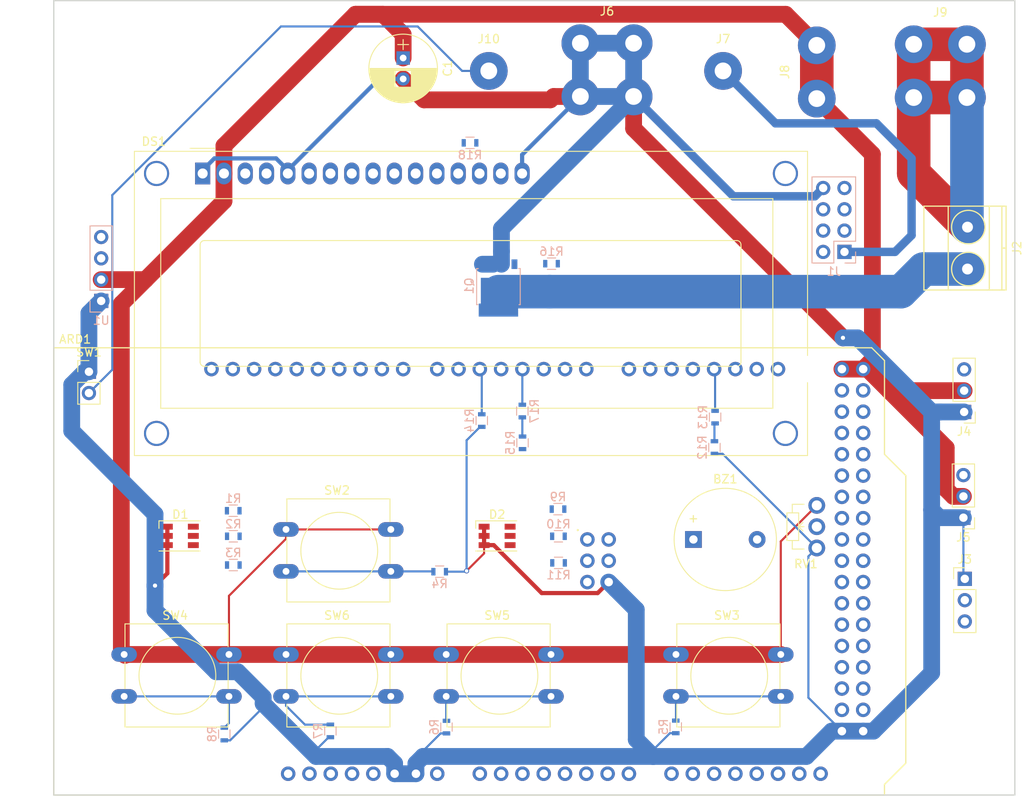
<source format=kicad_pcb>
(kicad_pcb (version 4) (host pcbnew 4.0.7)

  (general
    (links 133)
    (no_connects 91)
    (area 115.177499 39.802999 229.945001 134.695001)
    (thickness 1.6)
    (drawings 4)
    (tracks 195)
    (zones 0)
    (modules 43)
    (nets 106)
  )

  (page A4)
  (layers
    (0 F.Cu signal)
    (31 B.Cu signal)
    (32 B.Adhes user)
    (33 F.Adhes user)
    (34 B.Paste user)
    (35 F.Paste user)
    (36 B.SilkS user)
    (37 F.SilkS user)
    (38 B.Mask user hide)
    (39 F.Mask user hide)
    (40 Dwgs.User user)
    (41 Cmts.User user)
    (42 Eco1.User user)
    (43 Eco2.User user)
    (44 Edge.Cuts user)
    (45 Margin user)
    (46 B.CrtYd user)
    (47 F.CrtYd user)
    (48 B.Fab user)
    (49 F.Fab user)
  )

  (setup
    (last_trace_width 0.25)
    (user_trace_width 0.5)
    (user_trace_width 1)
    (user_trace_width 2)
    (user_trace_width 3)
    (user_trace_width 4)
    (trace_clearance 0.2)
    (zone_clearance 0.508)
    (zone_45_only no)
    (trace_min 0.2)
    (segment_width 0.2)
    (edge_width 0.15)
    (via_size 0.6)
    (via_drill 0.4)
    (via_min_size 0.4)
    (via_min_drill 0.3)
    (user_via 2 0.5)
    (uvia_size 0.3)
    (uvia_drill 0.1)
    (uvias_allowed no)
    (uvia_min_size 0.2)
    (uvia_min_drill 0.1)
    (pcb_text_width 0.3)
    (pcb_text_size 1.5 1.5)
    (mod_edge_width 0.15)
    (mod_text_size 1 1)
    (mod_text_width 0.15)
    (pad_size 1.524 1.524)
    (pad_drill 0.762)
    (pad_to_mask_clearance 0.2)
    (aux_axis_origin 0 0)
    (visible_elements 7FFCEFFF)
    (pcbplotparams
      (layerselection 0x00030_80000001)
      (usegerberextensions false)
      (excludeedgelayer true)
      (linewidth 0.100000)
      (plotframeref false)
      (viasonmask false)
      (mode 1)
      (useauxorigin false)
      (hpglpennumber 1)
      (hpglpenspeed 20)
      (hpglpendiameter 15)
      (hpglpenoverlay 2)
      (psnegative false)
      (psa4output false)
      (plotreference true)
      (plotvalue true)
      (plotinvisibletext false)
      (padsonsilk false)
      (subtractmaskfromsilk false)
      (outputformat 1)
      (mirror false)
      (drillshape 1)
      (scaleselection 1)
      (outputdirectory ""))
  )

  (net 0 "")
  (net 1 /PIEZO_H)
  (net 2 /PIEZO_L)
  (net 3 GND_IN)
  (net 4 "Net-(D1-Pad4)")
  (net 5 "Net-(D1-Pad5)")
  (net 6 "Net-(D1-Pad6)")
  (net 7 "Net-(D2-Pad4)")
  (net 8 "Net-(D2-Pad5)")
  (net 9 "Net-(D2-Pad6)")
  (net 10 5V_IN)
  (net 11 "Net-(DS1-Pad3)")
  (net 12 /LCD_RS)
  (net 13 /LCD_EN)
  (net 14 "Net-(DS1-Pad7)")
  (net 15 "Net-(DS1-Pad8)")
  (net 16 "Net-(DS1-Pad9)")
  (net 17 "Net-(DS1-Pad10)")
  (net 18 /LCD_D4)
  (net 19 /LCD_D5)
  (net 20 /LCD_D6)
  (net 21 /LCD_D7)
  (net 22 "Net-(DS1-Pad15)")
  (net 23 /ESP_RX)
  (net 24 /ESP_TX)
  (net 25 /ESP_CH)
  (net 26 /ESP_RST)
  (net 27 3V3_IN)
  (net 28 12V_IN)
  (net 29 /COOLER_VSS)
  (net 30 /TEMP_DATA)
  (net 31 "Net-(J3-Pad3)")
  (net 32 /SERVO_1)
  (net 33 /SERVO_2)
  (net 34 "Net-(Q1-Pad2)")
  (net 35 /LED1_R)
  (net 36 /LED1_G)
  (net 37 /LED1_B)
  (net 38 /B_UP)
  (net 39 /B_SEL)
  (net 40 /B_RIGHT)
  (net 41 /B_DOWN)
  (net 42 /B_LEFT)
  (net 43 /LED2_R)
  (net 44 /LED2_G)
  (net 45 /LED2_B)
  (net 46 "Net-(ARD1-PadD18)")
  (net 47 /COOLER_PWM)
  (net 48 PWR_ENABLE)
  (net 49 /SDA)
  (net 50 /SCL)
  (net 51 "Net-(ARD1-PadRST2)")
  (net 52 "Net-(ARD1-PadMOSI)")
  (net 53 "Net-(ARD1-PadSCK)")
  (net 54 "Net-(ARD1-Pad5V2)")
  (net 55 "Net-(ARD1-PadVIN)")
  (net 56 "Net-(ARD1-Pad3.3V)")
  (net 57 "Net-(ARD1-PadRST1)")
  (net 58 "Net-(ARD1-PadIORF)")
  (net 59 "Net-(ARD1-PadD17)")
  (net 60 "Net-(ARD1-PadD16)")
  (net 61 "Net-(ARD1-PadD15)")
  (net 62 "Net-(ARD1-PadD14)")
  (net 63 "Net-(ARD1-PadD0)")
  (net 64 "Net-(ARD1-PadD1)")
  (net 65 "Net-(ARD1-PadD2)")
  (net 66 "Net-(ARD1-PadD4)")
  (net 67 "Net-(ARD1-PadSCL)")
  (net 68 "Net-(ARD1-PadSDA)")
  (net 69 "Net-(ARD1-PadAREF)")
  (net 70 "Net-(ARD1-PadD13)")
  (net 71 "Net-(ARD1-PadA2)")
  (net 72 "Net-(ARD1-PadA3)")
  (net 73 "Net-(ARD1-PadA4)")
  (net 74 "Net-(ARD1-PadA5)")
  (net 75 "Net-(ARD1-PadA6)")
  (net 76 "Net-(ARD1-PadA7)")
  (net 77 "Net-(ARD1-PadA13)")
  (net 78 "Net-(ARD1-PadA14)")
  (net 79 "Net-(ARD1-PadA15)")
  (net 80 "Net-(ARD1-PadD28)")
  (net 81 "Net-(ARD1-PadD29)")
  (net 82 "Net-(ARD1-PadD30)")
  (net 83 "Net-(ARD1-PadD31)")
  (net 84 "Net-(ARD1-PadD32)")
  (net 85 "Net-(ARD1-PadD33)")
  (net 86 "Net-(ARD1-PadD34)")
  (net 87 "Net-(ARD1-PadD35)")
  (net 88 "Net-(ARD1-PadD36)")
  (net 89 "Net-(ARD1-PadD37)")
  (net 90 "Net-(ARD1-PadD38)")
  (net 91 "Net-(ARD1-PadD39)")
  (net 92 "Net-(ARD1-PadD40)")
  (net 93 "Net-(ARD1-PadD41)")
  (net 94 "Net-(ARD1-PadD42)")
  (net 95 "Net-(ARD1-PadD43)")
  (net 96 "Net-(ARD1-PadD47)")
  (net 97 "Net-(ARD1-PadD48)")
  (net 98 "Net-(ARD1-PadD49)")
  (net 99 "Net-(ARD1-PadD50)")
  (net 100 "Net-(ARD1-PadD51)")
  (net 101 "Net-(ARD1-PadD52)")
  (net 102 "Net-(ARD1-PadD53)")
  (net 103 "Net-(ARD1-PadMISO)")
  (net 104 "Net-(J1-Pad4)")
  (net 105 "Net-(J1-Pad6)")

  (net_class Default "This is the default net class."
    (clearance 0.2)
    (trace_width 0.25)
    (via_dia 0.6)
    (via_drill 0.4)
    (uvia_dia 0.3)
    (uvia_drill 0.1)
    (add_net /B_DOWN)
    (add_net /B_LEFT)
    (add_net /B_RIGHT)
    (add_net /B_SEL)
    (add_net /B_UP)
    (add_net /COOLER_PWM)
    (add_net /COOLER_VSS)
    (add_net /ESP_CH)
    (add_net /ESP_RST)
    (add_net /ESP_RX)
    (add_net /ESP_TX)
    (add_net /LCD_D4)
    (add_net /LCD_D5)
    (add_net /LCD_D6)
    (add_net /LCD_D7)
    (add_net /LCD_EN)
    (add_net /LCD_RS)
    (add_net /LED1_B)
    (add_net /LED1_G)
    (add_net /LED1_R)
    (add_net /LED2_B)
    (add_net /LED2_G)
    (add_net /LED2_R)
    (add_net /PIEZO_H)
    (add_net /PIEZO_L)
    (add_net /SCL)
    (add_net /SDA)
    (add_net /SERVO_1)
    (add_net /SERVO_2)
    (add_net /TEMP_DATA)
    (add_net 12V_IN)
    (add_net 3V3_IN)
    (add_net 5V_IN)
    (add_net GND_IN)
    (add_net "Net-(ARD1-Pad3.3V)")
    (add_net "Net-(ARD1-Pad5V2)")
    (add_net "Net-(ARD1-PadA13)")
    (add_net "Net-(ARD1-PadA14)")
    (add_net "Net-(ARD1-PadA15)")
    (add_net "Net-(ARD1-PadA2)")
    (add_net "Net-(ARD1-PadA3)")
    (add_net "Net-(ARD1-PadA4)")
    (add_net "Net-(ARD1-PadA5)")
    (add_net "Net-(ARD1-PadA6)")
    (add_net "Net-(ARD1-PadA7)")
    (add_net "Net-(ARD1-PadAREF)")
    (add_net "Net-(ARD1-PadD0)")
    (add_net "Net-(ARD1-PadD1)")
    (add_net "Net-(ARD1-PadD13)")
    (add_net "Net-(ARD1-PadD14)")
    (add_net "Net-(ARD1-PadD15)")
    (add_net "Net-(ARD1-PadD16)")
    (add_net "Net-(ARD1-PadD17)")
    (add_net "Net-(ARD1-PadD18)")
    (add_net "Net-(ARD1-PadD2)")
    (add_net "Net-(ARD1-PadD28)")
    (add_net "Net-(ARD1-PadD29)")
    (add_net "Net-(ARD1-PadD30)")
    (add_net "Net-(ARD1-PadD31)")
    (add_net "Net-(ARD1-PadD32)")
    (add_net "Net-(ARD1-PadD33)")
    (add_net "Net-(ARD1-PadD34)")
    (add_net "Net-(ARD1-PadD35)")
    (add_net "Net-(ARD1-PadD36)")
    (add_net "Net-(ARD1-PadD37)")
    (add_net "Net-(ARD1-PadD38)")
    (add_net "Net-(ARD1-PadD39)")
    (add_net "Net-(ARD1-PadD4)")
    (add_net "Net-(ARD1-PadD40)")
    (add_net "Net-(ARD1-PadD41)")
    (add_net "Net-(ARD1-PadD42)")
    (add_net "Net-(ARD1-PadD43)")
    (add_net "Net-(ARD1-PadD47)")
    (add_net "Net-(ARD1-PadD48)")
    (add_net "Net-(ARD1-PadD49)")
    (add_net "Net-(ARD1-PadD50)")
    (add_net "Net-(ARD1-PadD51)")
    (add_net "Net-(ARD1-PadD52)")
    (add_net "Net-(ARD1-PadD53)")
    (add_net "Net-(ARD1-PadIORF)")
    (add_net "Net-(ARD1-PadMISO)")
    (add_net "Net-(ARD1-PadMOSI)")
    (add_net "Net-(ARD1-PadRST1)")
    (add_net "Net-(ARD1-PadRST2)")
    (add_net "Net-(ARD1-PadSCK)")
    (add_net "Net-(ARD1-PadSCL)")
    (add_net "Net-(ARD1-PadSDA)")
    (add_net "Net-(ARD1-PadVIN)")
    (add_net "Net-(D1-Pad4)")
    (add_net "Net-(D1-Pad5)")
    (add_net "Net-(D1-Pad6)")
    (add_net "Net-(D2-Pad4)")
    (add_net "Net-(D2-Pad5)")
    (add_net "Net-(D2-Pad6)")
    (add_net "Net-(DS1-Pad10)")
    (add_net "Net-(DS1-Pad15)")
    (add_net "Net-(DS1-Pad3)")
    (add_net "Net-(DS1-Pad7)")
    (add_net "Net-(DS1-Pad8)")
    (add_net "Net-(DS1-Pad9)")
    (add_net "Net-(J1-Pad4)")
    (add_net "Net-(J1-Pad6)")
    (add_net "Net-(J3-Pad3)")
    (add_net "Net-(Q1-Pad2)")
    (add_net PWR_ENABLE)
  )

  (module Buzzers_Beepers:Buzzer_12x9.5RM7.6 (layer F.Cu) (tedit 58B1A329) (tstamp 5A406792)
    (at 191.536 104.14)
    (descr "Generic Buzzer, D12mm height 9.5mm with RM7.6mm")
    (tags buzzer)
    (path /5A3B7610)
    (fp_text reference BZ1 (at 3.8 -7.2) (layer F.SilkS)
      (effects (font (size 1 1) (thickness 0.15)))
    )
    (fp_text value Buzzer (at 3.8 7.4) (layer F.Fab)
      (effects (font (size 1 1) (thickness 0.15)))
    )
    (fp_text user + (at -0.01 -2.54) (layer F.Fab)
      (effects (font (size 1 1) (thickness 0.15)))
    )
    (fp_text user + (at -0.01 -2.54) (layer F.SilkS)
      (effects (font (size 1 1) (thickness 0.15)))
    )
    (fp_text user %R (at 3.8 -4) (layer F.Fab)
      (effects (font (size 1 1) (thickness 0.15)))
    )
    (fp_circle (center 3.8 0) (end 10.05 0) (layer F.CrtYd) (width 0.05))
    (fp_circle (center 3.8 0) (end 9.8 0) (layer F.Fab) (width 0.1))
    (fp_circle (center 3.8 0) (end 4.8 0) (layer F.Fab) (width 0.1))
    (fp_circle (center 3.8 0) (end 9.9 0) (layer F.SilkS) (width 0.12))
    (pad 1 thru_hole rect (at 0 0) (size 2 2) (drill 1) (layers *.Cu *.Mask)
      (net 1 /PIEZO_H))
    (pad 2 thru_hole circle (at 7.6 0) (size 2 2) (drill 1) (layers *.Cu *.Mask)
      (net 2 /PIEZO_L))
    (model ${KISYS3DMOD}/Buzzers_Beepers.3dshapes/Buzzer_12x9.5RM7.6.wrl
      (at (xyz 0.15 0 0))
      (scale (xyz 4 4 4))
      (rotate (xyz 0 0 0))
    )
  )

  (module LEDs:LED_RGB_PLCC-6 (layer F.Cu) (tedit 587A6CD4) (tstamp 5A4067A8)
    (at 130.345 103.716)
    (descr "RGB LED PLCC-6")
    (tags "RGB LED PLCC-6")
    (path /5A4100B1)
    (attr smd)
    (fp_text reference D1 (at 0 -2.55 180) (layer F.SilkS)
      (effects (font (size 1 1) (thickness 0.15)))
    )
    (fp_text value LED_DOOR1 (at 0 2.8) (layer F.Fab)
      (effects (font (size 1 1) (thickness 0.15)))
    )
    (fp_line (start -1.7 -1.1) (end -1.1 -1.7) (layer F.Fab) (width 0.1))
    (fp_line (start -1.7 -1.7) (end -1.7 1.7) (layer F.Fab) (width 0.1))
    (fp_line (start -1.7 1.7) (end 1.7 1.7) (layer F.Fab) (width 0.1))
    (fp_line (start 1.7 1.7) (end 1.7 -1.7) (layer F.Fab) (width 0.1))
    (fp_line (start 1.7 -1.7) (end -1.7 -1.7) (layer F.Fab) (width 0.1))
    (fp_line (start -2.55 -1.8) (end -2.55 -0.9) (layer F.SilkS) (width 0.12))
    (fp_line (start 2.65 -2) (end 2.65 2) (layer F.CrtYd) (width 0.05))
    (fp_line (start -2.75 -2) (end -2.75 2) (layer F.CrtYd) (width 0.05))
    (fp_line (start -2.75 2) (end 2.65 2) (layer F.CrtYd) (width 0.05))
    (fp_line (start -2.75 -2) (end 2.65 -2) (layer F.CrtYd) (width 0.05))
    (fp_line (start -2.55 1.8) (end 2.35 1.8) (layer F.SilkS) (width 0.12))
    (fp_line (start 2.35 -1.8) (end -2.55 -1.8) (layer F.SilkS) (width 0.12))
    (pad 1 smd rect (at -1.55 -1.1 90) (size 0.7 1.3) (layers F.Cu F.Paste F.Mask)
      (net 3 GND_IN))
    (pad 2 smd rect (at -1.55 0 90) (size 0.7 1.3) (layers F.Cu F.Paste F.Mask)
      (net 3 GND_IN))
    (pad 3 smd rect (at -1.55 1.1 90) (size 0.7 1.3) (layers F.Cu F.Paste F.Mask)
      (net 3 GND_IN))
    (pad 4 smd rect (at 1.55 1.1 90) (size 0.7 1.3) (layers F.Cu F.Paste F.Mask)
      (net 4 "Net-(D1-Pad4)"))
    (pad 5 smd rect (at 1.55 0 90) (size 0.7 1.3) (layers F.Cu F.Paste F.Mask)
      (net 5 "Net-(D1-Pad5)"))
    (pad 6 smd rect (at 1.55 -1.1 90) (size 0.7 1.3) (layers F.Cu F.Paste F.Mask)
      (net 6 "Net-(D1-Pad6)"))
    (model ${KISYS3DMOD}/LEDs.3dshapes/LED_RGB_PLCC-6.wrl
      (at (xyz 0 0 0))
      (scale (xyz 1 1 1))
      (rotate (xyz 0 0 0))
    )
  )

  (module LEDs:LED_RGB_PLCC-6 (layer F.Cu) (tedit 587A6CD4) (tstamp 5A4067BE)
    (at 168.122 103.716)
    (descr "RGB LED PLCC-6")
    (tags "RGB LED PLCC-6")
    (path /5A41260F)
    (attr smd)
    (fp_text reference D2 (at 0 -2.55 180) (layer F.SilkS)
      (effects (font (size 1 1) (thickness 0.15)))
    )
    (fp_text value LED_DOOR1 (at 0 2.8) (layer F.Fab)
      (effects (font (size 1 1) (thickness 0.15)))
    )
    (fp_line (start -1.7 -1.1) (end -1.1 -1.7) (layer F.Fab) (width 0.1))
    (fp_line (start -1.7 -1.7) (end -1.7 1.7) (layer F.Fab) (width 0.1))
    (fp_line (start -1.7 1.7) (end 1.7 1.7) (layer F.Fab) (width 0.1))
    (fp_line (start 1.7 1.7) (end 1.7 -1.7) (layer F.Fab) (width 0.1))
    (fp_line (start 1.7 -1.7) (end -1.7 -1.7) (layer F.Fab) (width 0.1))
    (fp_line (start -2.55 -1.8) (end -2.55 -0.9) (layer F.SilkS) (width 0.12))
    (fp_line (start 2.65 -2) (end 2.65 2) (layer F.CrtYd) (width 0.05))
    (fp_line (start -2.75 -2) (end -2.75 2) (layer F.CrtYd) (width 0.05))
    (fp_line (start -2.75 2) (end 2.65 2) (layer F.CrtYd) (width 0.05))
    (fp_line (start -2.75 -2) (end 2.65 -2) (layer F.CrtYd) (width 0.05))
    (fp_line (start -2.55 1.8) (end 2.35 1.8) (layer F.SilkS) (width 0.12))
    (fp_line (start 2.35 -1.8) (end -2.55 -1.8) (layer F.SilkS) (width 0.12))
    (pad 1 smd rect (at -1.55 -1.1 90) (size 0.7 1.3) (layers F.Cu F.Paste F.Mask)
      (net 3 GND_IN))
    (pad 2 smd rect (at -1.55 0 90) (size 0.7 1.3) (layers F.Cu F.Paste F.Mask)
      (net 3 GND_IN))
    (pad 3 smd rect (at -1.55 1.1 90) (size 0.7 1.3) (layers F.Cu F.Paste F.Mask)
      (net 3 GND_IN))
    (pad 4 smd rect (at 1.55 1.1 90) (size 0.7 1.3) (layers F.Cu F.Paste F.Mask)
      (net 7 "Net-(D2-Pad4)"))
    (pad 5 smd rect (at 1.55 0 90) (size 0.7 1.3) (layers F.Cu F.Paste F.Mask)
      (net 8 "Net-(D2-Pad5)"))
    (pad 6 smd rect (at 1.55 -1.1 90) (size 0.7 1.3) (layers F.Cu F.Paste F.Mask)
      (net 9 "Net-(D2-Pad6)"))
    (model ${KISYS3DMOD}/LEDs.3dshapes/LED_RGB_PLCC-6.wrl
      (at (xyz 0 0 0))
      (scale (xyz 1 1 1))
      (rotate (xyz 0 0 0))
    )
  )

  (module Displays:WC1602A (layer F.Cu) (tedit 5958D986) (tstamp 5A4067F4)
    (at 133.007 60.4926)
    (descr "LCD 16x2 http://www.wincomlcd.com/pdf/WC1602A-SFYLYHTC06.pdf")
    (tags "LCD 16x2 Alphanumeric 16pin")
    (path /5A3B75DF)
    (fp_text reference DS1 (at -5.82 -3.81) (layer F.SilkS)
      (effects (font (size 1 1) (thickness 0.15)))
    )
    (fp_text value WC1602A (at 66.1543 34.66) (layer F.Fab)
      (effects (font (size 1 1) (thickness 0.15)))
    )
    (fp_line (start -8.14 33.64) (end 72.14 33.64) (layer F.SilkS) (width 0.12))
    (fp_line (start 72.14 33.64) (end 72.14 -2.64) (layer F.SilkS) (width 0.12))
    (fp_line (start 72.14 -2.64) (end -7.34 -2.64) (layer F.SilkS) (width 0.12))
    (fp_line (start -8.14 -2.64) (end -8.14 33.64) (layer F.SilkS) (width 0.12))
    (fp_line (start -8.13 -2.64) (end -7.34 -2.64) (layer F.SilkS) (width 0.12))
    (fp_line (start -8.25 -2.75) (end -8.25 33.75) (layer F.CrtYd) (width 0.05))
    (fp_line (start -8.25 33.75) (end 72.25 33.75) (layer F.CrtYd) (width 0.05))
    (fp_line (start 72.25 -2.75) (end 72.25 33.75) (layer F.CrtYd) (width 0.05))
    (fp_line (start -1.5 -3) (end 1.5 -3) (layer F.SilkS) (width 0.12))
    (fp_line (start -8.25 -2.75) (end 72.25 -2.75) (layer F.CrtYd) (width 0.05))
    (fp_line (start 1 -2.5) (end 0 -1.5) (layer F.Fab) (width 0.1))
    (fp_line (start 0 -1.5) (end -1 -2.5) (layer F.Fab) (width 0.1))
    (fp_line (start -1 -2.5) (end -8 -2.5) (layer F.Fab) (width 0.1))
    (fp_text user %R (at 30.5943 17.73936) (layer F.Fab)
      (effects (font (size 1 1) (thickness 0.1)))
    )
    (fp_line (start 0.2 8) (end 63.7 8) (layer F.SilkS) (width 0.12))
    (fp_line (start -0.29972 22.49932) (end -0.29972 8.5) (layer F.SilkS) (width 0.12))
    (fp_line (start 63.70066 23) (end 0.2 23) (layer F.SilkS) (width 0.12))
    (fp_line (start 64.2 8.5) (end 64.2 22.5) (layer F.SilkS) (width 0.12))
    (fp_arc (start 63.7 8.5) (end 63.7 8) (angle 90) (layer F.SilkS) (width 0.12))
    (fp_arc (start 63.70066 22.49932) (end 64.20104 22.49932) (angle 90) (layer F.SilkS) (width 0.12))
    (fp_arc (start 0.20066 22.49932) (end 0.20066 22.9997) (angle 90) (layer F.SilkS) (width 0.12))
    (fp_arc (start 0.20066 8.49884) (end -0.29972 8.49884) (angle 90) (layer F.SilkS) (width 0.12))
    (fp_line (start -5 3) (end 68 3) (layer F.SilkS) (width 0.12))
    (fp_line (start 68 3) (end 68 28) (layer F.SilkS) (width 0.12))
    (fp_line (start 68 28) (end -5 28) (layer F.SilkS) (width 0.12))
    (fp_line (start -5 28) (end -5 3) (layer F.SilkS) (width 0.12))
    (fp_line (start 1 -2.5) (end 72 -2.5) (layer F.Fab) (width 0.1))
    (fp_line (start 72 -2.5) (end 72 33.5) (layer F.Fab) (width 0.1))
    (fp_line (start 72 33.5) (end -8 33.5) (layer F.Fab) (width 0.1))
    (fp_line (start -8 33.5) (end -8 -2.5) (layer F.Fab) (width 0.1))
    (pad 1 thru_hole rect (at 0 0) (size 1.8 2.6) (drill 1.2) (layers *.Cu *.Mask)
      (net 3 GND_IN))
    (pad 2 thru_hole oval (at 2.54 0) (size 1.8 2.6) (drill 1.2) (layers *.Cu *.Mask)
      (net 10 5V_IN))
    (pad 3 thru_hole oval (at 5.08 0) (size 1.8 2.6) (drill 1.2) (layers *.Cu *.Mask)
      (net 11 "Net-(DS1-Pad3)"))
    (pad 4 thru_hole oval (at 7.62 0) (size 1.8 2.6) (drill 1.2) (layers *.Cu *.Mask)
      (net 12 /LCD_RS))
    (pad 5 thru_hole oval (at 10.16 0) (size 1.8 2.6) (drill 1.2) (layers *.Cu *.Mask)
      (net 3 GND_IN))
    (pad 6 thru_hole oval (at 12.7 0) (size 1.8 2.6) (drill 1.2) (layers *.Cu *.Mask)
      (net 13 /LCD_EN))
    (pad 7 thru_hole oval (at 15.24 0) (size 1.8 2.6) (drill 1.2) (layers *.Cu *.Mask)
      (net 14 "Net-(DS1-Pad7)"))
    (pad 8 thru_hole oval (at 17.78 0) (size 1.8 2.6) (drill 1.2) (layers *.Cu *.Mask)
      (net 15 "Net-(DS1-Pad8)"))
    (pad 9 thru_hole oval (at 20.32 0) (size 1.8 2.6) (drill 1.2) (layers *.Cu *.Mask)
      (net 16 "Net-(DS1-Pad9)"))
    (pad 10 thru_hole oval (at 22.86 0) (size 1.8 2.6) (drill 1.2) (layers *.Cu *.Mask)
      (net 17 "Net-(DS1-Pad10)"))
    (pad 11 thru_hole oval (at 25.4 0) (size 1.8 2.6) (drill 1.2) (layers *.Cu *.Mask)
      (net 18 /LCD_D4))
    (pad 12 thru_hole oval (at 27.94 0) (size 1.8 2.6) (drill 1.2) (layers *.Cu *.Mask)
      (net 19 /LCD_D5))
    (pad 13 thru_hole oval (at 30.48 0) (size 1.8 2.6) (drill 1.2) (layers *.Cu *.Mask)
      (net 20 /LCD_D6))
    (pad 14 thru_hole oval (at 33.02 0) (size 1.8 2.6) (drill 1.2) (layers *.Cu *.Mask)
      (net 21 /LCD_D7))
    (pad 15 thru_hole oval (at 35.56 0) (size 1.8 2.6) (drill 1.2) (layers *.Cu *.Mask)
      (net 22 "Net-(DS1-Pad15)"))
    (pad 16 thru_hole oval (at 38.1 0) (size 1.8 2.6) (drill 1.2) (layers *.Cu *.Mask)
      (net 3 GND_IN))
    (pad "" thru_hole circle (at -5.4991 0) (size 3 3) (drill 2.5) (layers *.Cu *.Mask))
    (pad "" thru_hole circle (at -5.4991 31.0007) (size 3 3) (drill 2.5) (layers *.Cu *.Mask))
    (pad "" thru_hole circle (at 69.49948 31.0007) (size 3 3) (drill 2.5) (layers *.Cu *.Mask))
    (pad "" thru_hole circle (at 69.5 0) (size 3 3) (drill 2.5) (layers *.Cu *.Mask))
    (model ${KISYS3DMOD}/Displays.3dshapes/WC1602A.wrl
      (at (xyz 0 0 0))
      (scale (xyz 1 1 1))
      (rotate (xyz 0 0 0))
    )
  )

  (module TerminalBlocks_Phoenix:TerminalBlock_Phoenix_MKDS1.5-2pol (layer F.Cu) (tedit 59FF0755) (tstamp 5A406826)
    (at 224.224 71.8884 90)
    (descr "2-way 5mm pitch terminal block, Phoenix MKDS series")
    (path /5A419668)
    (fp_text reference J2 (at 2.5 5.9 90) (layer F.SilkS)
      (effects (font (size 1 1) (thickness 0.15)))
    )
    (fp_text value COOLER_PWR (at 2.5 -6.6 90) (layer F.Fab)
      (effects (font (size 1 1) (thickness 0.15)))
    )
    (fp_text user %R (at 2.5 0 90) (layer F.Fab)
      (effects (font (size 1 1) (thickness 0.15)))
    )
    (fp_line (start -2.7 -5.4) (end 7.7 -5.4) (layer F.CrtYd) (width 0.05))
    (fp_line (start -2.7 4.8) (end -2.7 -5.4) (layer F.CrtYd) (width 0.05))
    (fp_line (start 7.7 4.8) (end -2.7 4.8) (layer F.CrtYd) (width 0.05))
    (fp_line (start 7.7 -5.4) (end 7.7 4.8) (layer F.CrtYd) (width 0.05))
    (fp_line (start 2.5 4.1) (end 2.5 4.6) (layer F.SilkS) (width 0.15))
    (fp_line (start -2.5 2.6) (end 7.5 2.6) (layer F.SilkS) (width 0.15))
    (fp_line (start -2.5 -2.3) (end 7.5 -2.3) (layer F.SilkS) (width 0.15))
    (fp_line (start -2.5 4.1) (end 7.5 4.1) (layer F.SilkS) (width 0.15))
    (fp_line (start -2.5 4.6) (end 7.5 4.6) (layer F.SilkS) (width 0.15))
    (fp_line (start 7.5 4.6) (end 7.5 -5.2) (layer F.SilkS) (width 0.15))
    (fp_line (start 7.5 -5.2) (end -2.5 -5.2) (layer F.SilkS) (width 0.15))
    (fp_line (start -2.5 -5.2) (end -2.5 4.6) (layer F.SilkS) (width 0.15))
    (fp_circle (center 5 0.1) (end 3 0.1) (layer F.SilkS) (width 0.15))
    (fp_circle (center 0 0.1) (end 2 0.1) (layer F.SilkS) (width 0.15))
    (pad 1 thru_hole rect (at 0 0 90) (size 2.5 2.5) (drill 1.3) (layers *.Cu *.Mask)
      (net 29 /COOLER_VSS))
    (pad 2 thru_hole circle (at 5 0 90) (size 2.5 2.5) (drill 1.3) (layers *.Cu *.Mask)
      (net 28 12V_IN))
    (model ${KISYS3DMOD}/TerminalBlock_Phoenix.3dshapes/TerminalBlock_Phoenix_MKDS1.5-2pol.wrl
      (at (xyz 0.0984 0 0))
      (scale (xyz 1 1 1))
      (rotate (xyz 0 0 0))
    )
  )

  (module Socket_Strips:Socket_Strip_Straight_1x03_Pitch2.54mm (layer F.Cu) (tedit 58CD5446) (tstamp 5A40683C)
    (at 223.901 108.839)
    (descr "Through hole straight socket strip, 1x03, 2.54mm pitch, single row")
    (tags "Through hole socket strip THT 1x03 2.54mm single row")
    (path /5A40E1C8)
    (fp_text reference J3 (at 0 -2.33) (layer F.SilkS)
      (effects (font (size 1 1) (thickness 0.15)))
    )
    (fp_text value DHT_11 (at 0 7.41) (layer F.Fab)
      (effects (font (size 1 1) (thickness 0.15)))
    )
    (fp_line (start -1.27 -1.27) (end -1.27 6.35) (layer F.Fab) (width 0.1))
    (fp_line (start -1.27 6.35) (end 1.27 6.35) (layer F.Fab) (width 0.1))
    (fp_line (start 1.27 6.35) (end 1.27 -1.27) (layer F.Fab) (width 0.1))
    (fp_line (start 1.27 -1.27) (end -1.27 -1.27) (layer F.Fab) (width 0.1))
    (fp_line (start -1.33 1.27) (end -1.33 6.41) (layer F.SilkS) (width 0.12))
    (fp_line (start -1.33 6.41) (end 1.33 6.41) (layer F.SilkS) (width 0.12))
    (fp_line (start 1.33 6.41) (end 1.33 1.27) (layer F.SilkS) (width 0.12))
    (fp_line (start 1.33 1.27) (end -1.33 1.27) (layer F.SilkS) (width 0.12))
    (fp_line (start -1.33 0) (end -1.33 -1.33) (layer F.SilkS) (width 0.12))
    (fp_line (start -1.33 -1.33) (end 0 -1.33) (layer F.SilkS) (width 0.12))
    (fp_line (start -1.8 -1.8) (end -1.8 6.85) (layer F.CrtYd) (width 0.05))
    (fp_line (start -1.8 6.85) (end 1.8 6.85) (layer F.CrtYd) (width 0.05))
    (fp_line (start 1.8 6.85) (end 1.8 -1.8) (layer F.CrtYd) (width 0.05))
    (fp_line (start 1.8 -1.8) (end -1.8 -1.8) (layer F.CrtYd) (width 0.05))
    (fp_text user %R (at 0 -2.33) (layer F.Fab)
      (effects (font (size 1 1) (thickness 0.15)))
    )
    (pad 1 thru_hole rect (at 0 0) (size 1.7 1.7) (drill 1) (layers *.Cu *.Mask)
      (net 3 GND_IN))
    (pad 2 thru_hole oval (at 0 2.54) (size 1.7 1.7) (drill 1) (layers *.Cu *.Mask)
      (net 30 /TEMP_DATA))
    (pad 3 thru_hole oval (at 0 5.08) (size 1.7 1.7) (drill 1) (layers *.Cu *.Mask)
      (net 31 "Net-(J3-Pad3)"))
    (model ${KISYS3DMOD}/Socket_Strips.3dshapes/Socket_Strip_Straight_1x03_Pitch2.54mm.wrl
      (at (xyz 0 -0.1 0))
      (scale (xyz 1 1 1))
      (rotate (xyz 0 0 270))
    )
  )

  (module Socket_Strips:Socket_Strip_Straight_1x03_Pitch2.54mm (layer F.Cu) (tedit 58CD5446) (tstamp 5A406852)
    (at 223.822 88.933 180)
    (descr "Through hole straight socket strip, 1x03, 2.54mm pitch, single row")
    (tags "Through hole socket strip THT 1x03 2.54mm single row")
    (path /5A402C59)
    (fp_text reference J4 (at 0 -2.33 180) (layer F.SilkS)
      (effects (font (size 1 1) (thickness 0.15)))
    )
    (fp_text value SERVO_1 (at 0 7.41 180) (layer F.Fab)
      (effects (font (size 1 1) (thickness 0.15)))
    )
    (fp_line (start -1.27 -1.27) (end -1.27 6.35) (layer F.Fab) (width 0.1))
    (fp_line (start -1.27 6.35) (end 1.27 6.35) (layer F.Fab) (width 0.1))
    (fp_line (start 1.27 6.35) (end 1.27 -1.27) (layer F.Fab) (width 0.1))
    (fp_line (start 1.27 -1.27) (end -1.27 -1.27) (layer F.Fab) (width 0.1))
    (fp_line (start -1.33 1.27) (end -1.33 6.41) (layer F.SilkS) (width 0.12))
    (fp_line (start -1.33 6.41) (end 1.33 6.41) (layer F.SilkS) (width 0.12))
    (fp_line (start 1.33 6.41) (end 1.33 1.27) (layer F.SilkS) (width 0.12))
    (fp_line (start 1.33 1.27) (end -1.33 1.27) (layer F.SilkS) (width 0.12))
    (fp_line (start -1.33 0) (end -1.33 -1.33) (layer F.SilkS) (width 0.12))
    (fp_line (start -1.33 -1.33) (end 0 -1.33) (layer F.SilkS) (width 0.12))
    (fp_line (start -1.8 -1.8) (end -1.8 6.85) (layer F.CrtYd) (width 0.05))
    (fp_line (start -1.8 6.85) (end 1.8 6.85) (layer F.CrtYd) (width 0.05))
    (fp_line (start 1.8 6.85) (end 1.8 -1.8) (layer F.CrtYd) (width 0.05))
    (fp_line (start 1.8 -1.8) (end -1.8 -1.8) (layer F.CrtYd) (width 0.05))
    (fp_text user %R (at 0 -2.33 180) (layer F.Fab)
      (effects (font (size 1 1) (thickness 0.15)))
    )
    (pad 1 thru_hole rect (at 0 0 180) (size 1.7 1.7) (drill 1) (layers *.Cu *.Mask)
      (net 3 GND_IN))
    (pad 2 thru_hole oval (at 0 2.54 180) (size 1.7 1.7) (drill 1) (layers *.Cu *.Mask)
      (net 10 5V_IN))
    (pad 3 thru_hole oval (at 0 5.08 180) (size 1.7 1.7) (drill 1) (layers *.Cu *.Mask)
      (net 32 /SERVO_1))
    (model ${KISYS3DMOD}/Socket_Strips.3dshapes/Socket_Strip_Straight_1x03_Pitch2.54mm.wrl
      (at (xyz 0 -0.1 0))
      (scale (xyz 1 1 1))
      (rotate (xyz 0 0 270))
    )
  )

  (module Socket_Strips:Socket_Strip_Straight_1x03_Pitch2.54mm (layer F.Cu) (tedit 58CD5446) (tstamp 5A406868)
    (at 223.736 101.544 180)
    (descr "Through hole straight socket strip, 1x03, 2.54mm pitch, single row")
    (tags "Through hole socket strip THT 1x03 2.54mm single row")
    (path /5A402CC1)
    (fp_text reference J5 (at 0 -2.33 180) (layer F.SilkS)
      (effects (font (size 1 1) (thickness 0.15)))
    )
    (fp_text value SERVO_2 (at 0 7.41 180) (layer F.Fab)
      (effects (font (size 1 1) (thickness 0.15)))
    )
    (fp_line (start -1.27 -1.27) (end -1.27 6.35) (layer F.Fab) (width 0.1))
    (fp_line (start -1.27 6.35) (end 1.27 6.35) (layer F.Fab) (width 0.1))
    (fp_line (start 1.27 6.35) (end 1.27 -1.27) (layer F.Fab) (width 0.1))
    (fp_line (start 1.27 -1.27) (end -1.27 -1.27) (layer F.Fab) (width 0.1))
    (fp_line (start -1.33 1.27) (end -1.33 6.41) (layer F.SilkS) (width 0.12))
    (fp_line (start -1.33 6.41) (end 1.33 6.41) (layer F.SilkS) (width 0.12))
    (fp_line (start 1.33 6.41) (end 1.33 1.27) (layer F.SilkS) (width 0.12))
    (fp_line (start 1.33 1.27) (end -1.33 1.27) (layer F.SilkS) (width 0.12))
    (fp_line (start -1.33 0) (end -1.33 -1.33) (layer F.SilkS) (width 0.12))
    (fp_line (start -1.33 -1.33) (end 0 -1.33) (layer F.SilkS) (width 0.12))
    (fp_line (start -1.8 -1.8) (end -1.8 6.85) (layer F.CrtYd) (width 0.05))
    (fp_line (start -1.8 6.85) (end 1.8 6.85) (layer F.CrtYd) (width 0.05))
    (fp_line (start 1.8 6.85) (end 1.8 -1.8) (layer F.CrtYd) (width 0.05))
    (fp_line (start 1.8 -1.8) (end -1.8 -1.8) (layer F.CrtYd) (width 0.05))
    (fp_text user %R (at 0 -2.33 180) (layer F.Fab)
      (effects (font (size 1 1) (thickness 0.15)))
    )
    (pad 1 thru_hole rect (at 0 0 180) (size 1.7 1.7) (drill 1) (layers *.Cu *.Mask)
      (net 3 GND_IN))
    (pad 2 thru_hole oval (at 0 2.54 180) (size 1.7 1.7) (drill 1) (layers *.Cu *.Mask)
      (net 10 5V_IN))
    (pad 3 thru_hole oval (at 0 5.08 180) (size 1.7 1.7) (drill 1) (layers *.Cu *.Mask)
      (net 33 /SERVO_2))
    (model ${KISYS3DMOD}/Socket_Strips.3dshapes/Socket_Strip_Straight_1x03_Pitch2.54mm.wrl
      (at (xyz 0 -0.1 0))
      (scale (xyz 1 1 1))
      (rotate (xyz 0 0 270))
    )
  )

  (module Resistors_SMD:R_0603 (layer B.Cu) (tedit 58E0A804) (tstamp 5A4068AE)
    (at 136.652 100.711 180)
    (descr "Resistor SMD 0603, reflow soldering, Vishay (see dcrcw.pdf)")
    (tags "resistor 0603")
    (path /5A4112EE)
    (attr smd)
    (fp_text reference R1 (at 0 1.45 180) (layer B.SilkS)
      (effects (font (size 1 1) (thickness 0.15)) (justify mirror))
    )
    (fp_text value 220 (at 0 -1.5 180) (layer B.Fab)
      (effects (font (size 1 1) (thickness 0.15)) (justify mirror))
    )
    (fp_text user %R (at 0 0 180) (layer B.Fab)
      (effects (font (size 0.4 0.4) (thickness 0.075)) (justify mirror))
    )
    (fp_line (start -0.8 -0.4) (end -0.8 0.4) (layer B.Fab) (width 0.1))
    (fp_line (start 0.8 -0.4) (end -0.8 -0.4) (layer B.Fab) (width 0.1))
    (fp_line (start 0.8 0.4) (end 0.8 -0.4) (layer B.Fab) (width 0.1))
    (fp_line (start -0.8 0.4) (end 0.8 0.4) (layer B.Fab) (width 0.1))
    (fp_line (start 0.5 -0.68) (end -0.5 -0.68) (layer B.SilkS) (width 0.12))
    (fp_line (start -0.5 0.68) (end 0.5 0.68) (layer B.SilkS) (width 0.12))
    (fp_line (start -1.25 0.7) (end 1.25 0.7) (layer B.CrtYd) (width 0.05))
    (fp_line (start -1.25 0.7) (end -1.25 -0.7) (layer B.CrtYd) (width 0.05))
    (fp_line (start 1.25 -0.7) (end 1.25 0.7) (layer B.CrtYd) (width 0.05))
    (fp_line (start 1.25 -0.7) (end -1.25 -0.7) (layer B.CrtYd) (width 0.05))
    (pad 1 smd rect (at -0.75 0 180) (size 0.5 0.9) (layers B.Cu B.Paste B.Mask)
      (net 35 /LED1_R))
    (pad 2 smd rect (at 0.75 0 180) (size 0.5 0.9) (layers B.Cu B.Paste B.Mask)
      (net 6 "Net-(D1-Pad6)"))
    (model ${KISYS3DMOD}/Resistors_SMD.3dshapes/R_0603.wrl
      (at (xyz 0 0 0))
      (scale (xyz 1 1 1))
      (rotate (xyz 0 0 0))
    )
  )

  (module Resistors_SMD:R_0603 (layer B.Cu) (tedit 58E0A804) (tstamp 5A4068BF)
    (at 136.664 103.759 180)
    (descr "Resistor SMD 0603, reflow soldering, Vishay (see dcrcw.pdf)")
    (tags "resistor 0603")
    (path /5A4114C4)
    (attr smd)
    (fp_text reference R2 (at 0 1.45 180) (layer B.SilkS)
      (effects (font (size 1 1) (thickness 0.15)) (justify mirror))
    )
    (fp_text value 220 (at 0 -1.5 180) (layer B.Fab)
      (effects (font (size 1 1) (thickness 0.15)) (justify mirror))
    )
    (fp_text user %R (at 0 0 180) (layer B.Fab)
      (effects (font (size 0.4 0.4) (thickness 0.075)) (justify mirror))
    )
    (fp_line (start -0.8 -0.4) (end -0.8 0.4) (layer B.Fab) (width 0.1))
    (fp_line (start 0.8 -0.4) (end -0.8 -0.4) (layer B.Fab) (width 0.1))
    (fp_line (start 0.8 0.4) (end 0.8 -0.4) (layer B.Fab) (width 0.1))
    (fp_line (start -0.8 0.4) (end 0.8 0.4) (layer B.Fab) (width 0.1))
    (fp_line (start 0.5 -0.68) (end -0.5 -0.68) (layer B.SilkS) (width 0.12))
    (fp_line (start -0.5 0.68) (end 0.5 0.68) (layer B.SilkS) (width 0.12))
    (fp_line (start -1.25 0.7) (end 1.25 0.7) (layer B.CrtYd) (width 0.05))
    (fp_line (start -1.25 0.7) (end -1.25 -0.7) (layer B.CrtYd) (width 0.05))
    (fp_line (start 1.25 -0.7) (end 1.25 0.7) (layer B.CrtYd) (width 0.05))
    (fp_line (start 1.25 -0.7) (end -1.25 -0.7) (layer B.CrtYd) (width 0.05))
    (pad 1 smd rect (at -0.75 0 180) (size 0.5 0.9) (layers B.Cu B.Paste B.Mask)
      (net 36 /LED1_G))
    (pad 2 smd rect (at 0.75 0 180) (size 0.5 0.9) (layers B.Cu B.Paste B.Mask)
      (net 5 "Net-(D1-Pad5)"))
    (model ${KISYS3DMOD}/Resistors_SMD.3dshapes/R_0603.wrl
      (at (xyz 0 0 0))
      (scale (xyz 1 1 1))
      (rotate (xyz 0 0 0))
    )
  )

  (module Resistors_SMD:R_0603 (layer B.Cu) (tedit 58E0A804) (tstamp 5A4068D0)
    (at 136.664 107.188 180)
    (descr "Resistor SMD 0603, reflow soldering, Vishay (see dcrcw.pdf)")
    (tags "resistor 0603")
    (path /5A4115DB)
    (attr smd)
    (fp_text reference R3 (at 0 1.45 180) (layer B.SilkS)
      (effects (font (size 1 1) (thickness 0.15)) (justify mirror))
    )
    (fp_text value 220 (at 0 -1.5 180) (layer B.Fab)
      (effects (font (size 1 1) (thickness 0.15)) (justify mirror))
    )
    (fp_text user %R (at 0 0 180) (layer B.Fab)
      (effects (font (size 0.4 0.4) (thickness 0.075)) (justify mirror))
    )
    (fp_line (start -0.8 -0.4) (end -0.8 0.4) (layer B.Fab) (width 0.1))
    (fp_line (start 0.8 -0.4) (end -0.8 -0.4) (layer B.Fab) (width 0.1))
    (fp_line (start 0.8 0.4) (end 0.8 -0.4) (layer B.Fab) (width 0.1))
    (fp_line (start -0.8 0.4) (end 0.8 0.4) (layer B.Fab) (width 0.1))
    (fp_line (start 0.5 -0.68) (end -0.5 -0.68) (layer B.SilkS) (width 0.12))
    (fp_line (start -0.5 0.68) (end 0.5 0.68) (layer B.SilkS) (width 0.12))
    (fp_line (start -1.25 0.7) (end 1.25 0.7) (layer B.CrtYd) (width 0.05))
    (fp_line (start -1.25 0.7) (end -1.25 -0.7) (layer B.CrtYd) (width 0.05))
    (fp_line (start 1.25 -0.7) (end 1.25 0.7) (layer B.CrtYd) (width 0.05))
    (fp_line (start 1.25 -0.7) (end -1.25 -0.7) (layer B.CrtYd) (width 0.05))
    (pad 1 smd rect (at -0.75 0 180) (size 0.5 0.9) (layers B.Cu B.Paste B.Mask)
      (net 37 /LED1_B))
    (pad 2 smd rect (at 0.75 0 180) (size 0.5 0.9) (layers B.Cu B.Paste B.Mask)
      (net 4 "Net-(D1-Pad4)"))
    (model ${KISYS3DMOD}/Resistors_SMD.3dshapes/R_0603.wrl
      (at (xyz 0 0 0))
      (scale (xyz 1 1 1))
      (rotate (xyz 0 0 0))
    )
  )

  (module Resistors_SMD:R_0603 (layer B.Cu) (tedit 58E0A804) (tstamp 5A4068E1)
    (at 161.27292 107.98048)
    (descr "Resistor SMD 0603, reflow soldering, Vishay (see dcrcw.pdf)")
    (tags "resistor 0603")
    (path /5A408B3D)
    (attr smd)
    (fp_text reference R4 (at 0 1.45) (layer B.SilkS)
      (effects (font (size 1 1) (thickness 0.15)) (justify mirror))
    )
    (fp_text value 10K (at 0 -1.5) (layer B.Fab)
      (effects (font (size 1 1) (thickness 0.15)) (justify mirror))
    )
    (fp_text user %R (at 0 0) (layer B.Fab)
      (effects (font (size 0.4 0.4) (thickness 0.075)) (justify mirror))
    )
    (fp_line (start -0.8 -0.4) (end -0.8 0.4) (layer B.Fab) (width 0.1))
    (fp_line (start 0.8 -0.4) (end -0.8 -0.4) (layer B.Fab) (width 0.1))
    (fp_line (start 0.8 0.4) (end 0.8 -0.4) (layer B.Fab) (width 0.1))
    (fp_line (start -0.8 0.4) (end 0.8 0.4) (layer B.Fab) (width 0.1))
    (fp_line (start 0.5 -0.68) (end -0.5 -0.68) (layer B.SilkS) (width 0.12))
    (fp_line (start -0.5 0.68) (end 0.5 0.68) (layer B.SilkS) (width 0.12))
    (fp_line (start -1.25 0.7) (end 1.25 0.7) (layer B.CrtYd) (width 0.05))
    (fp_line (start -1.25 0.7) (end -1.25 -0.7) (layer B.CrtYd) (width 0.05))
    (fp_line (start 1.25 -0.7) (end 1.25 0.7) (layer B.CrtYd) (width 0.05))
    (fp_line (start 1.25 -0.7) (end -1.25 -0.7) (layer B.CrtYd) (width 0.05))
    (pad 1 smd rect (at -0.75 0) (size 0.5 0.9) (layers B.Cu B.Paste B.Mask)
      (net 38 /B_UP))
    (pad 2 smd rect (at 0.75 0) (size 0.5 0.9) (layers B.Cu B.Paste B.Mask)
      (net 3 GND_IN))
    (model ${KISYS3DMOD}/Resistors_SMD.3dshapes/R_0603.wrl
      (at (xyz 0 0 0))
      (scale (xyz 1 1 1))
      (rotate (xyz 0 0 0))
    )
  )

  (module Resistors_SMD:R_0603 (layer B.Cu) (tedit 58E0A804) (tstamp 5A4068F2)
    (at 189.43066 126.49384 270)
    (descr "Resistor SMD 0603, reflow soldering, Vishay (see dcrcw.pdf)")
    (tags "resistor 0603")
    (path /5A4085D9)
    (attr smd)
    (fp_text reference R5 (at 0 1.45 270) (layer B.SilkS)
      (effects (font (size 1 1) (thickness 0.15)) (justify mirror))
    )
    (fp_text value 10K (at 0 -1.5 270) (layer B.Fab)
      (effects (font (size 1 1) (thickness 0.15)) (justify mirror))
    )
    (fp_text user %R (at 0 0 270) (layer B.Fab)
      (effects (font (size 0.4 0.4) (thickness 0.075)) (justify mirror))
    )
    (fp_line (start -0.8 -0.4) (end -0.8 0.4) (layer B.Fab) (width 0.1))
    (fp_line (start 0.8 -0.4) (end -0.8 -0.4) (layer B.Fab) (width 0.1))
    (fp_line (start 0.8 0.4) (end 0.8 -0.4) (layer B.Fab) (width 0.1))
    (fp_line (start -0.8 0.4) (end 0.8 0.4) (layer B.Fab) (width 0.1))
    (fp_line (start 0.5 -0.68) (end -0.5 -0.68) (layer B.SilkS) (width 0.12))
    (fp_line (start -0.5 0.68) (end 0.5 0.68) (layer B.SilkS) (width 0.12))
    (fp_line (start -1.25 0.7) (end 1.25 0.7) (layer B.CrtYd) (width 0.05))
    (fp_line (start -1.25 0.7) (end -1.25 -0.7) (layer B.CrtYd) (width 0.05))
    (fp_line (start 1.25 -0.7) (end 1.25 0.7) (layer B.CrtYd) (width 0.05))
    (fp_line (start 1.25 -0.7) (end -1.25 -0.7) (layer B.CrtYd) (width 0.05))
    (pad 1 smd rect (at -0.75 0 270) (size 0.5 0.9) (layers B.Cu B.Paste B.Mask)
      (net 39 /B_SEL))
    (pad 2 smd rect (at 0.75 0 270) (size 0.5 0.9) (layers B.Cu B.Paste B.Mask)
      (net 3 GND_IN))
    (model ${KISYS3DMOD}/Resistors_SMD.3dshapes/R_0603.wrl
      (at (xyz 0 0 0))
      (scale (xyz 1 1 1))
      (rotate (xyz 0 0 0))
    )
  )

  (module Resistors_SMD:R_0603 (layer B.Cu) (tedit 58E0A804) (tstamp 5A406903)
    (at 162.08502 126.5167 270)
    (descr "Resistor SMD 0603, reflow soldering, Vishay (see dcrcw.pdf)")
    (tags "resistor 0603")
    (path /5A407E32)
    (attr smd)
    (fp_text reference R6 (at 0 1.45 270) (layer B.SilkS)
      (effects (font (size 1 1) (thickness 0.15)) (justify mirror))
    )
    (fp_text value 10K (at 0 -1.5 270) (layer B.Fab)
      (effects (font (size 1 1) (thickness 0.15)) (justify mirror))
    )
    (fp_text user %R (at 0 0 270) (layer B.Fab)
      (effects (font (size 0.4 0.4) (thickness 0.075)) (justify mirror))
    )
    (fp_line (start -0.8 -0.4) (end -0.8 0.4) (layer B.Fab) (width 0.1))
    (fp_line (start 0.8 -0.4) (end -0.8 -0.4) (layer B.Fab) (width 0.1))
    (fp_line (start 0.8 0.4) (end 0.8 -0.4) (layer B.Fab) (width 0.1))
    (fp_line (start -0.8 0.4) (end 0.8 0.4) (layer B.Fab) (width 0.1))
    (fp_line (start 0.5 -0.68) (end -0.5 -0.68) (layer B.SilkS) (width 0.12))
    (fp_line (start -0.5 0.68) (end 0.5 0.68) (layer B.SilkS) (width 0.12))
    (fp_line (start -1.25 0.7) (end 1.25 0.7) (layer B.CrtYd) (width 0.05))
    (fp_line (start -1.25 0.7) (end -1.25 -0.7) (layer B.CrtYd) (width 0.05))
    (fp_line (start 1.25 -0.7) (end 1.25 0.7) (layer B.CrtYd) (width 0.05))
    (fp_line (start 1.25 -0.7) (end -1.25 -0.7) (layer B.CrtYd) (width 0.05))
    (pad 1 smd rect (at -0.75 0 270) (size 0.5 0.9) (layers B.Cu B.Paste B.Mask)
      (net 40 /B_RIGHT))
    (pad 2 smd rect (at 0.75 0 270) (size 0.5 0.9) (layers B.Cu B.Paste B.Mask)
      (net 3 GND_IN))
    (model ${KISYS3DMOD}/Resistors_SMD.3dshapes/R_0603.wrl
      (at (xyz 0 0 0))
      (scale (xyz 1 1 1))
      (rotate (xyz 0 0 0))
    )
  )

  (module Resistors_SMD:R_0603 (layer B.Cu) (tedit 58E0A804) (tstamp 5A406914)
    (at 148.23948 126.9739 270)
    (descr "Resistor SMD 0603, reflow soldering, Vishay (see dcrcw.pdf)")
    (tags "resistor 0603")
    (path /5A40786C)
    (attr smd)
    (fp_text reference R7 (at 0 1.45 270) (layer B.SilkS)
      (effects (font (size 1 1) (thickness 0.15)) (justify mirror))
    )
    (fp_text value 10K (at 0 -1.5 270) (layer B.Fab)
      (effects (font (size 1 1) (thickness 0.15)) (justify mirror))
    )
    (fp_text user %R (at 0 0 270) (layer B.Fab)
      (effects (font (size 0.4 0.4) (thickness 0.075)) (justify mirror))
    )
    (fp_line (start -0.8 -0.4) (end -0.8 0.4) (layer B.Fab) (width 0.1))
    (fp_line (start 0.8 -0.4) (end -0.8 -0.4) (layer B.Fab) (width 0.1))
    (fp_line (start 0.8 0.4) (end 0.8 -0.4) (layer B.Fab) (width 0.1))
    (fp_line (start -0.8 0.4) (end 0.8 0.4) (layer B.Fab) (width 0.1))
    (fp_line (start 0.5 -0.68) (end -0.5 -0.68) (layer B.SilkS) (width 0.12))
    (fp_line (start -0.5 0.68) (end 0.5 0.68) (layer B.SilkS) (width 0.12))
    (fp_line (start -1.25 0.7) (end 1.25 0.7) (layer B.CrtYd) (width 0.05))
    (fp_line (start -1.25 0.7) (end -1.25 -0.7) (layer B.CrtYd) (width 0.05))
    (fp_line (start 1.25 -0.7) (end 1.25 0.7) (layer B.CrtYd) (width 0.05))
    (fp_line (start 1.25 -0.7) (end -1.25 -0.7) (layer B.CrtYd) (width 0.05))
    (pad 1 smd rect (at -0.75 0 270) (size 0.5 0.9) (layers B.Cu B.Paste B.Mask)
      (net 41 /B_DOWN))
    (pad 2 smd rect (at 0.75 0 270) (size 0.5 0.9) (layers B.Cu B.Paste B.Mask)
      (net 3 GND_IN))
    (model ${KISYS3DMOD}/Resistors_SMD.3dshapes/R_0603.wrl
      (at (xyz 0 0 0))
      (scale (xyz 1 1 1))
      (rotate (xyz 0 0 0))
    )
  )

  (module Resistors_SMD:R_0603 (layer B.Cu) (tedit 58E0A804) (tstamp 5A406925)
    (at 135.58774 127.34544 270)
    (descr "Resistor SMD 0603, reflow soldering, Vishay (see dcrcw.pdf)")
    (tags "resistor 0603")
    (path /5A40821A)
    (attr smd)
    (fp_text reference R8 (at 0 1.45 270) (layer B.SilkS)
      (effects (font (size 1 1) (thickness 0.15)) (justify mirror))
    )
    (fp_text value 10K (at 0 -1.5 270) (layer B.Fab)
      (effects (font (size 1 1) (thickness 0.15)) (justify mirror))
    )
    (fp_text user %R (at 0 0 270) (layer B.Fab)
      (effects (font (size 0.4 0.4) (thickness 0.075)) (justify mirror))
    )
    (fp_line (start -0.8 -0.4) (end -0.8 0.4) (layer B.Fab) (width 0.1))
    (fp_line (start 0.8 -0.4) (end -0.8 -0.4) (layer B.Fab) (width 0.1))
    (fp_line (start 0.8 0.4) (end 0.8 -0.4) (layer B.Fab) (width 0.1))
    (fp_line (start -0.8 0.4) (end 0.8 0.4) (layer B.Fab) (width 0.1))
    (fp_line (start 0.5 -0.68) (end -0.5 -0.68) (layer B.SilkS) (width 0.12))
    (fp_line (start -0.5 0.68) (end 0.5 0.68) (layer B.SilkS) (width 0.12))
    (fp_line (start -1.25 0.7) (end 1.25 0.7) (layer B.CrtYd) (width 0.05))
    (fp_line (start -1.25 0.7) (end -1.25 -0.7) (layer B.CrtYd) (width 0.05))
    (fp_line (start 1.25 -0.7) (end 1.25 0.7) (layer B.CrtYd) (width 0.05))
    (fp_line (start 1.25 -0.7) (end -1.25 -0.7) (layer B.CrtYd) (width 0.05))
    (pad 1 smd rect (at -0.75 0 270) (size 0.5 0.9) (layers B.Cu B.Paste B.Mask)
      (net 42 /B_LEFT))
    (pad 2 smd rect (at 0.75 0 270) (size 0.5 0.9) (layers B.Cu B.Paste B.Mask)
      (net 3 GND_IN))
    (model ${KISYS3DMOD}/Resistors_SMD.3dshapes/R_0603.wrl
      (at (xyz 0 0 0))
      (scale (xyz 1 1 1))
      (rotate (xyz 0 0 0))
    )
  )

  (module Resistors_SMD:R_0603 (layer B.Cu) (tedit 58E0A804) (tstamp 5A406936)
    (at 175.387 100.52 180)
    (descr "Resistor SMD 0603, reflow soldering, Vishay (see dcrcw.pdf)")
    (tags "resistor 0603")
    (path /5A41261F)
    (attr smd)
    (fp_text reference R9 (at 0 1.45 180) (layer B.SilkS)
      (effects (font (size 1 1) (thickness 0.15)) (justify mirror))
    )
    (fp_text value 220 (at 0 -1.5 180) (layer B.Fab)
      (effects (font (size 1 1) (thickness 0.15)) (justify mirror))
    )
    (fp_text user %R (at 0.127 0.254 180) (layer B.Fab)
      (effects (font (size 0.4 0.4) (thickness 0.075)) (justify mirror))
    )
    (fp_line (start -0.8 -0.4) (end -0.8 0.4) (layer B.Fab) (width 0.1))
    (fp_line (start 0.8 -0.4) (end -0.8 -0.4) (layer B.Fab) (width 0.1))
    (fp_line (start 0.8 0.4) (end 0.8 -0.4) (layer B.Fab) (width 0.1))
    (fp_line (start -0.8 0.4) (end 0.8 0.4) (layer B.Fab) (width 0.1))
    (fp_line (start 0.5 -0.68) (end -0.5 -0.68) (layer B.SilkS) (width 0.12))
    (fp_line (start -0.5 0.68) (end 0.5 0.68) (layer B.SilkS) (width 0.12))
    (fp_line (start -1.25 0.7) (end 1.25 0.7) (layer B.CrtYd) (width 0.05))
    (fp_line (start -1.25 0.7) (end -1.25 -0.7) (layer B.CrtYd) (width 0.05))
    (fp_line (start 1.25 -0.7) (end 1.25 0.7) (layer B.CrtYd) (width 0.05))
    (fp_line (start 1.25 -0.7) (end -1.25 -0.7) (layer B.CrtYd) (width 0.05))
    (pad 1 smd rect (at -0.75 0 180) (size 0.5 0.9) (layers B.Cu B.Paste B.Mask)
      (net 43 /LED2_R))
    (pad 2 smd rect (at 0.75 0 180) (size 0.5 0.9) (layers B.Cu B.Paste B.Mask)
      (net 9 "Net-(D2-Pad6)"))
    (model ${KISYS3DMOD}/Resistors_SMD.3dshapes/R_0603.wrl
      (at (xyz 0 0 0))
      (scale (xyz 1 1 1))
      (rotate (xyz 0 0 0))
    )
  )

  (module Resistors_SMD:R_0603 (layer B.Cu) (tedit 58E0A804) (tstamp 5A406947)
    (at 175.438 103.759 180)
    (descr "Resistor SMD 0603, reflow soldering, Vishay (see dcrcw.pdf)")
    (tags "resistor 0603")
    (path /5A412625)
    (attr smd)
    (fp_text reference R10 (at 0 1.45 180) (layer B.SilkS)
      (effects (font (size 1 1) (thickness 0.15)) (justify mirror))
    )
    (fp_text value 220 (at 0 -1.5 180) (layer B.Fab)
      (effects (font (size 1 1) (thickness 0.15)) (justify mirror))
    )
    (fp_text user %R (at 0 0 180) (layer B.Fab)
      (effects (font (size 0.4 0.4) (thickness 0.075)) (justify mirror))
    )
    (fp_line (start -0.8 -0.4) (end -0.8 0.4) (layer B.Fab) (width 0.1))
    (fp_line (start 0.8 -0.4) (end -0.8 -0.4) (layer B.Fab) (width 0.1))
    (fp_line (start 0.8 0.4) (end 0.8 -0.4) (layer B.Fab) (width 0.1))
    (fp_line (start -0.8 0.4) (end 0.8 0.4) (layer B.Fab) (width 0.1))
    (fp_line (start 0.5 -0.68) (end -0.5 -0.68) (layer B.SilkS) (width 0.12))
    (fp_line (start -0.5 0.68) (end 0.5 0.68) (layer B.SilkS) (width 0.12))
    (fp_line (start -1.25 0.7) (end 1.25 0.7) (layer B.CrtYd) (width 0.05))
    (fp_line (start -1.25 0.7) (end -1.25 -0.7) (layer B.CrtYd) (width 0.05))
    (fp_line (start 1.25 -0.7) (end 1.25 0.7) (layer B.CrtYd) (width 0.05))
    (fp_line (start 1.25 -0.7) (end -1.25 -0.7) (layer B.CrtYd) (width 0.05))
    (pad 1 smd rect (at -0.75 0 180) (size 0.5 0.9) (layers B.Cu B.Paste B.Mask)
      (net 44 /LED2_G))
    (pad 2 smd rect (at 0.75 0 180) (size 0.5 0.9) (layers B.Cu B.Paste B.Mask)
      (net 8 "Net-(D2-Pad5)"))
    (model ${KISYS3DMOD}/Resistors_SMD.3dshapes/R_0603.wrl
      (at (xyz 0 0 0))
      (scale (xyz 1 1 1))
      (rotate (xyz 0 0 0))
    )
  )

  (module Resistors_SMD:R_0603 (layer B.Cu) (tedit 58E0A804) (tstamp 5A406958)
    (at 175.45 106.934)
    (descr "Resistor SMD 0603, reflow soldering, Vishay (see dcrcw.pdf)")
    (tags "resistor 0603")
    (path /5A41262B)
    (attr smd)
    (fp_text reference R11 (at 0 1.45) (layer B.SilkS)
      (effects (font (size 1 1) (thickness 0.15)) (justify mirror))
    )
    (fp_text value 220 (at 0 -1.5) (layer B.Fab)
      (effects (font (size 1 1) (thickness 0.15)) (justify mirror))
    )
    (fp_text user %R (at 0 0) (layer B.Fab)
      (effects (font (size 0.4 0.4) (thickness 0.075)) (justify mirror))
    )
    (fp_line (start -0.8 -0.4) (end -0.8 0.4) (layer B.Fab) (width 0.1))
    (fp_line (start 0.8 -0.4) (end -0.8 -0.4) (layer B.Fab) (width 0.1))
    (fp_line (start 0.8 0.4) (end 0.8 -0.4) (layer B.Fab) (width 0.1))
    (fp_line (start -0.8 0.4) (end 0.8 0.4) (layer B.Fab) (width 0.1))
    (fp_line (start 0.5 -0.68) (end -0.5 -0.68) (layer B.SilkS) (width 0.12))
    (fp_line (start -0.5 0.68) (end 0.5 0.68) (layer B.SilkS) (width 0.12))
    (fp_line (start -1.25 0.7) (end 1.25 0.7) (layer B.CrtYd) (width 0.05))
    (fp_line (start -1.25 0.7) (end -1.25 -0.7) (layer B.CrtYd) (width 0.05))
    (fp_line (start 1.25 -0.7) (end 1.25 0.7) (layer B.CrtYd) (width 0.05))
    (fp_line (start 1.25 -0.7) (end -1.25 -0.7) (layer B.CrtYd) (width 0.05))
    (pad 1 smd rect (at -0.75 0) (size 0.5 0.9) (layers B.Cu B.Paste B.Mask)
      (net 45 /LED2_B))
    (pad 2 smd rect (at 0.75 0) (size 0.5 0.9) (layers B.Cu B.Paste B.Mask)
      (net 7 "Net-(D2-Pad4)"))
    (model ${KISYS3DMOD}/Resistors_SMD.3dshapes/R_0603.wrl
      (at (xyz 0 0 0))
      (scale (xyz 1 1 1))
      (rotate (xyz 0 0 0))
    )
  )

  (module Resistors_SMD:R_0603 (layer B.Cu) (tedit 58E0A804) (tstamp 5A406969)
    (at 194.0433 93.17412 270)
    (descr "Resistor SMD 0603, reflow soldering, Vishay (see dcrcw.pdf)")
    (tags "resistor 0603")
    (path /5A41FE5B)
    (attr smd)
    (fp_text reference R12 (at 0 1.45 270) (layer B.SilkS)
      (effects (font (size 1 1) (thickness 0.15)) (justify mirror))
    )
    (fp_text value 20K (at 0 -1.5 270) (layer B.Fab)
      (effects (font (size 1 1) (thickness 0.15)) (justify mirror))
    )
    (fp_text user %R (at 0 0 270) (layer B.Fab)
      (effects (font (size 0.4 0.4) (thickness 0.075)) (justify mirror))
    )
    (fp_line (start -0.8 -0.4) (end -0.8 0.4) (layer B.Fab) (width 0.1))
    (fp_line (start 0.8 -0.4) (end -0.8 -0.4) (layer B.Fab) (width 0.1))
    (fp_line (start 0.8 0.4) (end 0.8 -0.4) (layer B.Fab) (width 0.1))
    (fp_line (start -0.8 0.4) (end 0.8 0.4) (layer B.Fab) (width 0.1))
    (fp_line (start 0.5 -0.68) (end -0.5 -0.68) (layer B.SilkS) (width 0.12))
    (fp_line (start -0.5 0.68) (end 0.5 0.68) (layer B.SilkS) (width 0.12))
    (fp_line (start -1.25 0.7) (end 1.25 0.7) (layer B.CrtYd) (width 0.05))
    (fp_line (start -1.25 0.7) (end -1.25 -0.7) (layer B.CrtYd) (width 0.05))
    (fp_line (start 1.25 -0.7) (end 1.25 0.7) (layer B.CrtYd) (width 0.05))
    (fp_line (start 1.25 -0.7) (end -1.25 -0.7) (layer B.CrtYd) (width 0.05))
    (pad 1 smd rect (at -0.75 0 270) (size 0.5 0.9) (layers B.Cu B.Paste B.Mask)
      (net 23 /ESP_RX))
    (pad 2 smd rect (at 0.75 0 270) (size 0.5 0.9) (layers B.Cu B.Paste B.Mask)
      (net 3 GND_IN))
    (model ${KISYS3DMOD}/Resistors_SMD.3dshapes/R_0603.wrl
      (at (xyz 0 0 0))
      (scale (xyz 1 1 1))
      (rotate (xyz 0 0 0))
    )
  )

  (module Resistors_SMD:R_0603 (layer B.Cu) (tedit 58E0A804) (tstamp 5A40697A)
    (at 194.12 89.547 270)
    (descr "Resistor SMD 0603, reflow soldering, Vishay (see dcrcw.pdf)")
    (tags "resistor 0603")
    (path /5A41F71F)
    (attr smd)
    (fp_text reference R13 (at 0 1.45 270) (layer B.SilkS)
      (effects (font (size 1 1) (thickness 0.15)) (justify mirror))
    )
    (fp_text value 10K (at 0 -1.5 270) (layer B.Fab)
      (effects (font (size 1 1) (thickness 0.15)) (justify mirror))
    )
    (fp_text user %R (at 0 0 270) (layer B.Fab)
      (effects (font (size 0.4 0.4) (thickness 0.075)) (justify mirror))
    )
    (fp_line (start -0.8 -0.4) (end -0.8 0.4) (layer B.Fab) (width 0.1))
    (fp_line (start 0.8 -0.4) (end -0.8 -0.4) (layer B.Fab) (width 0.1))
    (fp_line (start 0.8 0.4) (end 0.8 -0.4) (layer B.Fab) (width 0.1))
    (fp_line (start -0.8 0.4) (end 0.8 0.4) (layer B.Fab) (width 0.1))
    (fp_line (start 0.5 -0.68) (end -0.5 -0.68) (layer B.SilkS) (width 0.12))
    (fp_line (start -0.5 0.68) (end 0.5 0.68) (layer B.SilkS) (width 0.12))
    (fp_line (start -1.25 0.7) (end 1.25 0.7) (layer B.CrtYd) (width 0.05))
    (fp_line (start -1.25 0.7) (end -1.25 -0.7) (layer B.CrtYd) (width 0.05))
    (fp_line (start 1.25 -0.7) (end 1.25 0.7) (layer B.CrtYd) (width 0.05))
    (fp_line (start 1.25 -0.7) (end -1.25 -0.7) (layer B.CrtYd) (width 0.05))
    (pad 1 smd rect (at -0.75 0 270) (size 0.5 0.9) (layers B.Cu B.Paste B.Mask)
      (net 46 "Net-(ARD1-PadD18)"))
    (pad 2 smd rect (at 0.75 0 270) (size 0.5 0.9) (layers B.Cu B.Paste B.Mask)
      (net 23 /ESP_RX))
    (model ${KISYS3DMOD}/Resistors_SMD.3dshapes/R_0603.wrl
      (at (xyz 0 0 0))
      (scale (xyz 1 1 1))
      (rotate (xyz 0 0 0))
    )
  )

  (module Resistors_SMD:R_0603 (layer B.Cu) (tedit 58E0A804) (tstamp 5A40698B)
    (at 166.2938 89.95988 270)
    (descr "Resistor SMD 0603, reflow soldering, Vishay (see dcrcw.pdf)")
    (tags "resistor 0603")
    (path /5A40CDB4)
    (attr smd)
    (fp_text reference R14 (at 0 1.45 270) (layer B.SilkS)
      (effects (font (size 1 1) (thickness 0.15)) (justify mirror))
    )
    (fp_text value 10K (at 0 -1.5 270) (layer B.Fab)
      (effects (font (size 1 1) (thickness 0.15)) (justify mirror))
    )
    (fp_text user %R (at 0 0 270) (layer B.Fab)
      (effects (font (size 0.4 0.4) (thickness 0.075)) (justify mirror))
    )
    (fp_line (start -0.8 -0.4) (end -0.8 0.4) (layer B.Fab) (width 0.1))
    (fp_line (start 0.8 -0.4) (end -0.8 -0.4) (layer B.Fab) (width 0.1))
    (fp_line (start 0.8 0.4) (end 0.8 -0.4) (layer B.Fab) (width 0.1))
    (fp_line (start -0.8 0.4) (end 0.8 0.4) (layer B.Fab) (width 0.1))
    (fp_line (start 0.5 -0.68) (end -0.5 -0.68) (layer B.SilkS) (width 0.12))
    (fp_line (start -0.5 0.68) (end 0.5 0.68) (layer B.SilkS) (width 0.12))
    (fp_line (start -1.25 0.7) (end 1.25 0.7) (layer B.CrtYd) (width 0.05))
    (fp_line (start -1.25 0.7) (end -1.25 -0.7) (layer B.CrtYd) (width 0.05))
    (fp_line (start 1.25 -0.7) (end 1.25 0.7) (layer B.CrtYd) (width 0.05))
    (fp_line (start 1.25 -0.7) (end -1.25 -0.7) (layer B.CrtYd) (width 0.05))
    (pad 1 smd rect (at -0.75 0 270) (size 0.5 0.9) (layers B.Cu B.Paste B.Mask)
      (net 47 /COOLER_PWM))
    (pad 2 smd rect (at 0.75 0 270) (size 0.5 0.9) (layers B.Cu B.Paste B.Mask)
      (net 3 GND_IN))
    (model ${KISYS3DMOD}/Resistors_SMD.3dshapes/R_0603.wrl
      (at (xyz 0 0 0))
      (scale (xyz 1 1 1))
      (rotate (xyz 0 0 0))
    )
  )

  (module Resistors_SMD:R_0603 (layer B.Cu) (tedit 58E0A804) (tstamp 5A40699C)
    (at 174.613 71.247 180)
    (descr "Resistor SMD 0603, reflow soldering, Vishay (see dcrcw.pdf)")
    (tags "resistor 0603")
    (path /5A40CA7A)
    (attr smd)
    (fp_text reference R16 (at 0 1.45 180) (layer B.SilkS)
      (effects (font (size 1 1) (thickness 0.15)) (justify mirror))
    )
    (fp_text value 220 (at 0 -1.5 180) (layer B.Fab)
      (effects (font (size 1 1) (thickness 0.15)) (justify mirror))
    )
    (fp_text user %R (at 0 0 180) (layer B.Fab)
      (effects (font (size 0.4 0.4) (thickness 0.075)) (justify mirror))
    )
    (fp_line (start -0.8 -0.4) (end -0.8 0.4) (layer B.Fab) (width 0.1))
    (fp_line (start 0.8 -0.4) (end -0.8 -0.4) (layer B.Fab) (width 0.1))
    (fp_line (start 0.8 0.4) (end 0.8 -0.4) (layer B.Fab) (width 0.1))
    (fp_line (start -0.8 0.4) (end 0.8 0.4) (layer B.Fab) (width 0.1))
    (fp_line (start 0.5 -0.68) (end -0.5 -0.68) (layer B.SilkS) (width 0.12))
    (fp_line (start -0.5 0.68) (end 0.5 0.68) (layer B.SilkS) (width 0.12))
    (fp_line (start -1.25 0.7) (end 1.25 0.7) (layer B.CrtYd) (width 0.05))
    (fp_line (start -1.25 0.7) (end -1.25 -0.7) (layer B.CrtYd) (width 0.05))
    (fp_line (start 1.25 -0.7) (end 1.25 0.7) (layer B.CrtYd) (width 0.05))
    (fp_line (start 1.25 -0.7) (end -1.25 -0.7) (layer B.CrtYd) (width 0.05))
    (pad 1 smd rect (at -0.75 0 180) (size 0.5 0.9) (layers B.Cu B.Paste B.Mask)
      (net 34 "Net-(Q1-Pad2)"))
    (pad 2 smd rect (at 0.75 0 180) (size 0.5 0.9) (layers B.Cu B.Paste B.Mask)
      (net 47 /COOLER_PWM))
    (model ${KISYS3DMOD}/Resistors_SMD.3dshapes/R_0603.wrl
      (at (xyz 0 0 0))
      (scale (xyz 1 1 1))
      (rotate (xyz 0 0 0))
    )
  )

  (module Socket_Strips:Socket_Strip_Straight_1x02_Pitch2.54mm (layer F.Cu) (tedit 58CD5446) (tstamp 5A4069B1)
    (at 119.444 84.1375)
    (descr "Through hole straight socket strip, 1x02, 2.54mm pitch, single row")
    (tags "Through hole socket strip THT 1x02 2.54mm single row")
    (path /5A402E32)
    (fp_text reference SW1 (at 0 -2.33) (layer F.SilkS)
      (effects (font (size 1 1) (thickness 0.15)))
    )
    (fp_text value PSWITCH (at 0 4.87) (layer F.Fab)
      (effects (font (size 1 1) (thickness 0.15)))
    )
    (fp_line (start -1.27 -1.27) (end -1.27 3.81) (layer F.Fab) (width 0.1))
    (fp_line (start -1.27 3.81) (end 1.27 3.81) (layer F.Fab) (width 0.1))
    (fp_line (start 1.27 3.81) (end 1.27 -1.27) (layer F.Fab) (width 0.1))
    (fp_line (start 1.27 -1.27) (end -1.27 -1.27) (layer F.Fab) (width 0.1))
    (fp_line (start -1.33 1.27) (end -1.33 3.87) (layer F.SilkS) (width 0.12))
    (fp_line (start -1.33 3.87) (end 1.33 3.87) (layer F.SilkS) (width 0.12))
    (fp_line (start 1.33 3.87) (end 1.33 1.27) (layer F.SilkS) (width 0.12))
    (fp_line (start 1.33 1.27) (end -1.33 1.27) (layer F.SilkS) (width 0.12))
    (fp_line (start -1.33 0) (end -1.33 -1.33) (layer F.SilkS) (width 0.12))
    (fp_line (start -1.33 -1.33) (end 0 -1.33) (layer F.SilkS) (width 0.12))
    (fp_line (start -1.8 -1.8) (end -1.8 4.35) (layer F.CrtYd) (width 0.05))
    (fp_line (start -1.8 4.35) (end 1.8 4.35) (layer F.CrtYd) (width 0.05))
    (fp_line (start 1.8 4.35) (end 1.8 -1.8) (layer F.CrtYd) (width 0.05))
    (fp_line (start 1.8 -1.8) (end -1.8 -1.8) (layer F.CrtYd) (width 0.05))
    (fp_text user %R (at 0 -2.33) (layer F.Fab)
      (effects (font (size 1 1) (thickness 0.15)))
    )
    (pad 1 thru_hole rect (at 0 0) (size 1.7 1.7) (drill 1) (layers *.Cu *.Mask)
      (net 3 GND_IN))
    (pad 2 thru_hole oval (at 0 2.54) (size 1.7 1.7) (drill 1) (layers *.Cu *.Mask)
      (net 48 PWR_ENABLE))
    (model ${KISYS3DMOD}/Socket_Strips.3dshapes/Socket_Strip_Straight_1x02_Pitch2.54mm.wrl
      (at (xyz 0 -0.05 0))
      (scale (xyz 1 1 1))
      (rotate (xyz 0 0 270))
    )
  )

  (module Buttons_Switches_THT:SW_PUSH-12mm (layer F.Cu) (tedit 592546E6) (tstamp 5A4069CB)
    (at 142.948 102.945)
    (descr "SW PUSH 12mm https://www.e-switch.com/system/asset/product_line/data_sheet/143/TL1100.pdf")
    (tags "tact sw push 12mm")
    (path /5A4064E6)
    (fp_text reference SW2 (at 6.08 -4.66) (layer F.SilkS)
      (effects (font (size 1 1) (thickness 0.15)))
    )
    (fp_text value BTN_UP (at 6.62 9.93) (layer F.Fab)
      (effects (font (size 1 1) (thickness 0.15)))
    )
    (fp_line (start 0.25 8.5) (end 12.25 8.5) (layer F.Fab) (width 0.1))
    (fp_line (start 0.25 -3.5) (end 12.25 -3.5) (layer F.Fab) (width 0.1))
    (fp_line (start 12.25 -3.5) (end 12.25 8.5) (layer F.Fab) (width 0.1))
    (fp_text user %R (at 6.35 2.54) (layer F.Fab)
      (effects (font (size 1 1) (thickness 0.15)))
    )
    (fp_line (start 0.1 -3.65) (end 12.4 -3.65) (layer F.SilkS) (width 0.12))
    (fp_line (start 12.4 0.93) (end 12.4 4.07) (layer F.SilkS) (width 0.12))
    (fp_line (start 12.4 8.65) (end 0.1 8.65) (layer F.SilkS) (width 0.12))
    (fp_line (start 0.1 -0.93) (end 0.1 -3.65) (layer F.SilkS) (width 0.12))
    (fp_line (start -1.77 -3.75) (end 14.25 -3.75) (layer F.CrtYd) (width 0.05))
    (fp_line (start -1.77 -3.75) (end -1.77 8.75) (layer F.CrtYd) (width 0.05))
    (fp_line (start 14.25 8.75) (end 14.25 -3.75) (layer F.CrtYd) (width 0.05))
    (fp_line (start 14.25 8.75) (end -1.77 8.75) (layer F.CrtYd) (width 0.05))
    (fp_circle (center 6.35 2.54) (end 10.16 5.08) (layer F.SilkS) (width 0.12))
    (fp_line (start 0.25 -3.5) (end 0.25 8.5) (layer F.Fab) (width 0.1))
    (fp_line (start 0.1 8.65) (end 0.1 5.93) (layer F.SilkS) (width 0.12))
    (fp_line (start 0.1 4.07) (end 0.1 0.93) (layer F.SilkS) (width 0.12))
    (fp_line (start 12.4 5.93) (end 12.4 8.65) (layer F.SilkS) (width 0.12))
    (fp_line (start 12.4 -3.65) (end 12.4 -0.93) (layer F.SilkS) (width 0.12))
    (pad 1 thru_hole oval (at 12.5 0) (size 3.048 1.7272) (drill 0.8128) (layers *.Cu *.Mask)
      (net 10 5V_IN))
    (pad 2 thru_hole oval (at 12.5 5) (size 3.048 1.7272) (drill 0.8128) (layers *.Cu *.Mask)
      (net 38 /B_UP))
    (pad 1 thru_hole oval (at 0 0) (size 3.048 1.7272) (drill 0.8128) (layers *.Cu *.Mask)
      (net 10 5V_IN))
    (pad 2 thru_hole oval (at 0 5) (size 3.048 1.7272) (drill 0.8128) (layers *.Cu *.Mask)
      (net 38 /B_UP))
    (model ${KISYS3DMOD}/Buttons_Switches_THT.3dshapes/SW_PUSH-12mm.wrl
      (at (xyz 0.248 -0.1 0))
      (scale (xyz 3.93701 3.93701 3.93701))
      (rotate (xyz 0 0 0))
    )
  )

  (module Buttons_Switches_THT:SW_PUSH-12mm (layer F.Cu) (tedit 592546E6) (tstamp 5A4069E5)
    (at 189.455 117.856)
    (descr "SW PUSH 12mm https://www.e-switch.com/system/asset/product_line/data_sheet/143/TL1100.pdf")
    (tags "tact sw push 12mm")
    (path /5A406683)
    (fp_text reference SW3 (at 6.08 -4.66) (layer F.SilkS)
      (effects (font (size 1 1) (thickness 0.15)))
    )
    (fp_text value BTN_SEL (at 6.62 9.93) (layer F.Fab)
      (effects (font (size 1 1) (thickness 0.15)))
    )
    (fp_line (start 0.25 8.5) (end 12.25 8.5) (layer F.Fab) (width 0.1))
    (fp_line (start 0.25 -3.5) (end 12.25 -3.5) (layer F.Fab) (width 0.1))
    (fp_line (start 12.25 -3.5) (end 12.25 8.5) (layer F.Fab) (width 0.1))
    (fp_text user %R (at 6.35 2.54) (layer F.Fab)
      (effects (font (size 1 1) (thickness 0.15)))
    )
    (fp_line (start 0.1 -3.65) (end 12.4 -3.65) (layer F.SilkS) (width 0.12))
    (fp_line (start 12.4 0.93) (end 12.4 4.07) (layer F.SilkS) (width 0.12))
    (fp_line (start 12.4 8.65) (end 0.1 8.65) (layer F.SilkS) (width 0.12))
    (fp_line (start 0.1 -0.93) (end 0.1 -3.65) (layer F.SilkS) (width 0.12))
    (fp_line (start -1.77 -3.75) (end 14.25 -3.75) (layer F.CrtYd) (width 0.05))
    (fp_line (start -1.77 -3.75) (end -1.77 8.75) (layer F.CrtYd) (width 0.05))
    (fp_line (start 14.25 8.75) (end 14.25 -3.75) (layer F.CrtYd) (width 0.05))
    (fp_line (start 14.25 8.75) (end -1.77 8.75) (layer F.CrtYd) (width 0.05))
    (fp_circle (center 6.35 2.54) (end 10.16 5.08) (layer F.SilkS) (width 0.12))
    (fp_line (start 0.25 -3.5) (end 0.25 8.5) (layer F.Fab) (width 0.1))
    (fp_line (start 0.1 8.65) (end 0.1 5.93) (layer F.SilkS) (width 0.12))
    (fp_line (start 0.1 4.07) (end 0.1 0.93) (layer F.SilkS) (width 0.12))
    (fp_line (start 12.4 5.93) (end 12.4 8.65) (layer F.SilkS) (width 0.12))
    (fp_line (start 12.4 -3.65) (end 12.4 -0.93) (layer F.SilkS) (width 0.12))
    (pad 1 thru_hole oval (at 12.5 0) (size 3.048 1.7272) (drill 0.8128) (layers *.Cu *.Mask)
      (net 10 5V_IN))
    (pad 2 thru_hole oval (at 12.5 5) (size 3.048 1.7272) (drill 0.8128) (layers *.Cu *.Mask)
      (net 39 /B_SEL))
    (pad 1 thru_hole oval (at 0 0) (size 3.048 1.7272) (drill 0.8128) (layers *.Cu *.Mask)
      (net 10 5V_IN))
    (pad 2 thru_hole oval (at 0 5) (size 3.048 1.7272) (drill 0.8128) (layers *.Cu *.Mask)
      (net 39 /B_SEL))
    (model ${KISYS3DMOD}/Buttons_Switches_THT.3dshapes/SW_PUSH-12mm.wrl
      (at (xyz 0.248 -0.1 0))
      (scale (xyz 3.93701 3.93701 3.93701))
      (rotate (xyz 0 0 0))
    )
  )

  (module Buttons_Switches_THT:SW_PUSH-12mm (layer F.Cu) (tedit 592546E6) (tstamp 5A4069FF)
    (at 123.644 117.856)
    (descr "SW PUSH 12mm https://www.e-switch.com/system/asset/product_line/data_sheet/143/TL1100.pdf")
    (tags "tact sw push 12mm")
    (path /5A406617)
    (fp_text reference SW4 (at 6.08 -4.66) (layer F.SilkS)
      (effects (font (size 1 1) (thickness 0.15)))
    )
    (fp_text value BTN_LEFT (at 6.62 9.93) (layer F.Fab)
      (effects (font (size 1 1) (thickness 0.15)))
    )
    (fp_line (start 0.25 8.5) (end 12.25 8.5) (layer F.Fab) (width 0.1))
    (fp_line (start 0.25 -3.5) (end 12.25 -3.5) (layer F.Fab) (width 0.1))
    (fp_line (start 12.25 -3.5) (end 12.25 8.5) (layer F.Fab) (width 0.1))
    (fp_text user %R (at 6.35 2.54) (layer F.Fab)
      (effects (font (size 1 1) (thickness 0.15)))
    )
    (fp_line (start 0.1 -3.65) (end 12.4 -3.65) (layer F.SilkS) (width 0.12))
    (fp_line (start 12.4 0.93) (end 12.4 4.07) (layer F.SilkS) (width 0.12))
    (fp_line (start 12.4 8.65) (end 0.1 8.65) (layer F.SilkS) (width 0.12))
    (fp_line (start 0.1 -0.93) (end 0.1 -3.65) (layer F.SilkS) (width 0.12))
    (fp_line (start -1.77 -3.75) (end 14.25 -3.75) (layer F.CrtYd) (width 0.05))
    (fp_line (start -1.77 -3.75) (end -1.77 8.75) (layer F.CrtYd) (width 0.05))
    (fp_line (start 14.25 8.75) (end 14.25 -3.75) (layer F.CrtYd) (width 0.05))
    (fp_line (start 14.25 8.75) (end -1.77 8.75) (layer F.CrtYd) (width 0.05))
    (fp_circle (center 6.35 2.54) (end 10.16 5.08) (layer F.SilkS) (width 0.12))
    (fp_line (start 0.25 -3.5) (end 0.25 8.5) (layer F.Fab) (width 0.1))
    (fp_line (start 0.1 8.65) (end 0.1 5.93) (layer F.SilkS) (width 0.12))
    (fp_line (start 0.1 4.07) (end 0.1 0.93) (layer F.SilkS) (width 0.12))
    (fp_line (start 12.4 5.93) (end 12.4 8.65) (layer F.SilkS) (width 0.12))
    (fp_line (start 12.4 -3.65) (end 12.4 -0.93) (layer F.SilkS) (width 0.12))
    (pad 1 thru_hole oval (at 12.5 0) (size 3.048 1.7272) (drill 0.8128) (layers *.Cu *.Mask)
      (net 10 5V_IN))
    (pad 2 thru_hole oval (at 12.5 5) (size 3.048 1.7272) (drill 0.8128) (layers *.Cu *.Mask)
      (net 42 /B_LEFT))
    (pad 1 thru_hole oval (at 0 0) (size 3.048 1.7272) (drill 0.8128) (layers *.Cu *.Mask)
      (net 10 5V_IN))
    (pad 2 thru_hole oval (at 0 5) (size 3.048 1.7272) (drill 0.8128) (layers *.Cu *.Mask)
      (net 42 /B_LEFT))
    (model ${KISYS3DMOD}/Buttons_Switches_THT.3dshapes/SW_PUSH-12mm.wrl
      (at (xyz 0.248 -0.1 0))
      (scale (xyz 3.93701 3.93701 3.93701))
      (rotate (xyz 0 0 0))
    )
  )

  (module Buttons_Switches_THT:SW_PUSH-12mm (layer F.Cu) (tedit 592546E6) (tstamp 5A406A19)
    (at 162.052 117.856)
    (descr "SW PUSH 12mm https://www.e-switch.com/system/asset/product_line/data_sheet/143/TL1100.pdf")
    (tags "tact sw push 12mm")
    (path /5A406476)
    (fp_text reference SW5 (at 6.08 -4.66) (layer F.SilkS)
      (effects (font (size 1 1) (thickness 0.15)))
    )
    (fp_text value BTN_RIGHT (at 6.62 9.93) (layer F.Fab)
      (effects (font (size 1 1) (thickness 0.15)))
    )
    (fp_line (start 0.25 8.5) (end 12.25 8.5) (layer F.Fab) (width 0.1))
    (fp_line (start 0.25 -3.5) (end 12.25 -3.5) (layer F.Fab) (width 0.1))
    (fp_line (start 12.25 -3.5) (end 12.25 8.5) (layer F.Fab) (width 0.1))
    (fp_text user %R (at 6.35 2.54) (layer F.Fab)
      (effects (font (size 1 1) (thickness 0.15)))
    )
    (fp_line (start 0.1 -3.65) (end 12.4 -3.65) (layer F.SilkS) (width 0.12))
    (fp_line (start 12.4 0.93) (end 12.4 4.07) (layer F.SilkS) (width 0.12))
    (fp_line (start 12.4 8.65) (end 0.1 8.65) (layer F.SilkS) (width 0.12))
    (fp_line (start 0.1 -0.93) (end 0.1 -3.65) (layer F.SilkS) (width 0.12))
    (fp_line (start -1.77 -3.75) (end 14.25 -3.75) (layer F.CrtYd) (width 0.05))
    (fp_line (start -1.77 -3.75) (end -1.77 8.75) (layer F.CrtYd) (width 0.05))
    (fp_line (start 14.25 8.75) (end 14.25 -3.75) (layer F.CrtYd) (width 0.05))
    (fp_line (start 14.25 8.75) (end -1.77 8.75) (layer F.CrtYd) (width 0.05))
    (fp_circle (center 6.35 2.54) (end 10.16 5.08) (layer F.SilkS) (width 0.12))
    (fp_line (start 0.25 -3.5) (end 0.25 8.5) (layer F.Fab) (width 0.1))
    (fp_line (start 0.1 8.65) (end 0.1 5.93) (layer F.SilkS) (width 0.12))
    (fp_line (start 0.1 4.07) (end 0.1 0.93) (layer F.SilkS) (width 0.12))
    (fp_line (start 12.4 5.93) (end 12.4 8.65) (layer F.SilkS) (width 0.12))
    (fp_line (start 12.4 -3.65) (end 12.4 -0.93) (layer F.SilkS) (width 0.12))
    (pad 1 thru_hole oval (at 12.5 0) (size 3.048 1.7272) (drill 0.8128) (layers *.Cu *.Mask)
      (net 10 5V_IN))
    (pad 2 thru_hole oval (at 12.5 5) (size 3.048 1.7272) (drill 0.8128) (layers *.Cu *.Mask)
      (net 40 /B_RIGHT))
    (pad 1 thru_hole oval (at 0 0) (size 3.048 1.7272) (drill 0.8128) (layers *.Cu *.Mask)
      (net 10 5V_IN))
    (pad 2 thru_hole oval (at 0 5) (size 3.048 1.7272) (drill 0.8128) (layers *.Cu *.Mask)
      (net 40 /B_RIGHT))
    (model ${KISYS3DMOD}/Buttons_Switches_THT.3dshapes/SW_PUSH-12mm.wrl
      (at (xyz 0.248 -0.1 0))
      (scale (xyz 3.93701 3.93701 3.93701))
      (rotate (xyz 0 0 0))
    )
  )

  (module Buttons_Switches_THT:SW_PUSH-12mm (layer F.Cu) (tedit 592546E6) (tstamp 5A406A33)
    (at 142.948 117.856)
    (descr "SW PUSH 12mm https://www.e-switch.com/system/asset/product_line/data_sheet/143/TL1100.pdf")
    (tags "tact sw push 12mm")
    (path /5A4065AA)
    (fp_text reference SW6 (at 6.08 -4.66) (layer F.SilkS)
      (effects (font (size 1 1) (thickness 0.15)))
    )
    (fp_text value BTN_DOWN (at 6.62 9.93) (layer F.Fab)
      (effects (font (size 1 1) (thickness 0.15)))
    )
    (fp_line (start 0.25 8.5) (end 12.25 8.5) (layer F.Fab) (width 0.1))
    (fp_line (start 0.25 -3.5) (end 12.25 -3.5) (layer F.Fab) (width 0.1))
    (fp_line (start 12.25 -3.5) (end 12.25 8.5) (layer F.Fab) (width 0.1))
    (fp_text user %R (at 6.35 2.54) (layer F.Fab)
      (effects (font (size 1 1) (thickness 0.15)))
    )
    (fp_line (start 0.1 -3.65) (end 12.4 -3.65) (layer F.SilkS) (width 0.12))
    (fp_line (start 12.4 0.93) (end 12.4 4.07) (layer F.SilkS) (width 0.12))
    (fp_line (start 12.4 8.65) (end 0.1 8.65) (layer F.SilkS) (width 0.12))
    (fp_line (start 0.1 -0.93) (end 0.1 -3.65) (layer F.SilkS) (width 0.12))
    (fp_line (start -1.77 -3.75) (end 14.25 -3.75) (layer F.CrtYd) (width 0.05))
    (fp_line (start -1.77 -3.75) (end -1.77 8.75) (layer F.CrtYd) (width 0.05))
    (fp_line (start 14.25 8.75) (end 14.25 -3.75) (layer F.CrtYd) (width 0.05))
    (fp_line (start 14.25 8.75) (end -1.77 8.75) (layer F.CrtYd) (width 0.05))
    (fp_circle (center 6.35 2.54) (end 10.16 5.08) (layer F.SilkS) (width 0.12))
    (fp_line (start 0.25 -3.5) (end 0.25 8.5) (layer F.Fab) (width 0.1))
    (fp_line (start 0.1 8.65) (end 0.1 5.93) (layer F.SilkS) (width 0.12))
    (fp_line (start 0.1 4.07) (end 0.1 0.93) (layer F.SilkS) (width 0.12))
    (fp_line (start 12.4 5.93) (end 12.4 8.65) (layer F.SilkS) (width 0.12))
    (fp_line (start 12.4 -3.65) (end 12.4 -0.93) (layer F.SilkS) (width 0.12))
    (pad 1 thru_hole oval (at 12.5 0) (size 3.048 1.7272) (drill 0.8128) (layers *.Cu *.Mask)
      (net 10 5V_IN))
    (pad 2 thru_hole oval (at 12.5 5) (size 3.048 1.7272) (drill 0.8128) (layers *.Cu *.Mask)
      (net 41 /B_DOWN))
    (pad 1 thru_hole oval (at 0 0) (size 3.048 1.7272) (drill 0.8128) (layers *.Cu *.Mask)
      (net 10 5V_IN))
    (pad 2 thru_hole oval (at 0 5) (size 3.048 1.7272) (drill 0.8128) (layers *.Cu *.Mask)
      (net 41 /B_DOWN))
    (model ${KISYS3DMOD}/Buttons_Switches_THT.3dshapes/SW_PUSH-12mm.wrl
      (at (xyz 0.248 -0.1 0))
      (scale (xyz 3.93701 3.93701 3.93701))
      (rotate (xyz 0 0 0))
    )
  )

  (module Socket_Strips:Socket_Strip_Straight_1x04_Pitch2.54mm (layer B.Cu) (tedit 58CD5446) (tstamp 5A406A4A)
    (at 120.904 75.692)
    (descr "Through hole straight socket strip, 1x04, 2.54mm pitch, single row")
    (tags "Through hole socket strip THT 1x04 2.54mm single row")
    (path /5A402928)
    (fp_text reference U1 (at 0 2.33) (layer B.SilkS)
      (effects (font (size 1 1) (thickness 0.15)) (justify mirror))
    )
    (fp_text value DS3231 (at 0 -9.95) (layer B.Fab)
      (effects (font (size 1 1) (thickness 0.15)) (justify mirror))
    )
    (fp_line (start -1.27 1.27) (end -1.27 -8.89) (layer B.Fab) (width 0.1))
    (fp_line (start -1.27 -8.89) (end 1.27 -8.89) (layer B.Fab) (width 0.1))
    (fp_line (start 1.27 -8.89) (end 1.27 1.27) (layer B.Fab) (width 0.1))
    (fp_line (start 1.27 1.27) (end -1.27 1.27) (layer B.Fab) (width 0.1))
    (fp_line (start -1.33 -1.27) (end -1.33 -8.95) (layer B.SilkS) (width 0.12))
    (fp_line (start -1.33 -8.95) (end 1.33 -8.95) (layer B.SilkS) (width 0.12))
    (fp_line (start 1.33 -8.95) (end 1.33 -1.27) (layer B.SilkS) (width 0.12))
    (fp_line (start 1.33 -1.27) (end -1.33 -1.27) (layer B.SilkS) (width 0.12))
    (fp_line (start -1.33 0) (end -1.33 1.33) (layer B.SilkS) (width 0.12))
    (fp_line (start -1.33 1.33) (end 0 1.33) (layer B.SilkS) (width 0.12))
    (fp_line (start -1.8 1.8) (end -1.8 -9.4) (layer B.CrtYd) (width 0.05))
    (fp_line (start -1.8 -9.4) (end 1.8 -9.4) (layer B.CrtYd) (width 0.05))
    (fp_line (start 1.8 -9.4) (end 1.8 1.8) (layer B.CrtYd) (width 0.05))
    (fp_line (start 1.8 1.8) (end -1.8 1.8) (layer B.CrtYd) (width 0.05))
    (fp_text user %R (at 0 2.33) (layer B.Fab)
      (effects (font (size 1 1) (thickness 0.15)) (justify mirror))
    )
    (pad 1 thru_hole rect (at 0 0) (size 1.7 1.7) (drill 1) (layers *.Cu *.Mask)
      (net 3 GND_IN))
    (pad 2 thru_hole oval (at 0 -2.54) (size 1.7 1.7) (drill 1) (layers *.Cu *.Mask)
      (net 10 5V_IN))
    (pad 3 thru_hole oval (at 0 -5.08) (size 1.7 1.7) (drill 1) (layers *.Cu *.Mask)
      (net 49 /SDA))
    (pad 4 thru_hole oval (at 0 -7.62) (size 1.7 1.7) (drill 1) (layers *.Cu *.Mask)
      (net 50 /SCL))
    (model ${KISYS3DMOD}/Socket_Strips.3dshapes/Socket_Strip_Straight_1x04_Pitch2.54mm.wrl
      (at (xyz 0 -0.15 0))
      (scale (xyz 1 1 1))
      (rotate (xyz 0 0 270))
    )
  )

  (module Resistors_SMD:R_0603 (layer B.Cu) (tedit 58E0A804) (tstamp 5A406BCB)
    (at 171.15536 92.61418 270)
    (descr "Resistor SMD 0603, reflow soldering, Vishay (see dcrcw.pdf)")
    (tags "resistor 0603")
    (path /5A40F32C)
    (attr smd)
    (fp_text reference R15 (at 0 1.45 270) (layer B.SilkS)
      (effects (font (size 1 1) (thickness 0.15)) (justify mirror))
    )
    (fp_text value 220 (at 0 -1.5 270) (layer B.Fab)
      (effects (font (size 1 1) (thickness 0.15)) (justify mirror))
    )
    (fp_text user %R (at 0 0 270) (layer B.Fab)
      (effects (font (size 0.4 0.4) (thickness 0.075)) (justify mirror))
    )
    (fp_line (start -0.8 -0.4) (end -0.8 0.4) (layer B.Fab) (width 0.1))
    (fp_line (start 0.8 -0.4) (end -0.8 -0.4) (layer B.Fab) (width 0.1))
    (fp_line (start 0.8 0.4) (end 0.8 -0.4) (layer B.Fab) (width 0.1))
    (fp_line (start -0.8 0.4) (end 0.8 0.4) (layer B.Fab) (width 0.1))
    (fp_line (start 0.5 -0.68) (end -0.5 -0.68) (layer B.SilkS) (width 0.12))
    (fp_line (start -0.5 0.68) (end 0.5 0.68) (layer B.SilkS) (width 0.12))
    (fp_line (start -1.25 0.7) (end 1.25 0.7) (layer B.CrtYd) (width 0.05))
    (fp_line (start -1.25 0.7) (end -1.25 -0.7) (layer B.CrtYd) (width 0.05))
    (fp_line (start 1.25 -0.7) (end 1.25 0.7) (layer B.CrtYd) (width 0.05))
    (fp_line (start 1.25 -0.7) (end -1.25 -0.7) (layer B.CrtYd) (width 0.05))
    (pad 1 smd rect (at -0.75 0 270) (size 0.5 0.9) (layers B.Cu B.Paste B.Mask)
      (net 31 "Net-(J3-Pad3)"))
    (pad 2 smd rect (at 0.75 0 270) (size 0.5 0.9) (layers B.Cu B.Paste B.Mask)
      (net 10 5V_IN))
    (model ${KISYS3DMOD}/Resistors_SMD.3dshapes/R_0603.wrl
      (at (xyz 0 0 0))
      (scale (xyz 1 1 1))
      (rotate (xyz 0 0 0))
    )
  )

  (module Resistors_SMD:R_0603 (layer B.Cu) (tedit 58E0A804) (tstamp 5A406BDC)
    (at 171.132 88.8245 90)
    (descr "Resistor SMD 0603, reflow soldering, Vishay (see dcrcw.pdf)")
    (tags "resistor 0603")
    (path /5A40E654)
    (attr smd)
    (fp_text reference R17 (at 0 1.45 90) (layer B.SilkS)
      (effects (font (size 1 1) (thickness 0.15)) (justify mirror))
    )
    (fp_text value 10K (at 0 -1.5 90) (layer B.Fab)
      (effects (font (size 1 1) (thickness 0.15)) (justify mirror))
    )
    (fp_text user %R (at 0 0 90) (layer B.Fab)
      (effects (font (size 0.4 0.4) (thickness 0.075)) (justify mirror))
    )
    (fp_line (start -0.8 -0.4) (end -0.8 0.4) (layer B.Fab) (width 0.1))
    (fp_line (start 0.8 -0.4) (end -0.8 -0.4) (layer B.Fab) (width 0.1))
    (fp_line (start 0.8 0.4) (end 0.8 -0.4) (layer B.Fab) (width 0.1))
    (fp_line (start -0.8 0.4) (end 0.8 0.4) (layer B.Fab) (width 0.1))
    (fp_line (start 0.5 -0.68) (end -0.5 -0.68) (layer B.SilkS) (width 0.12))
    (fp_line (start -0.5 0.68) (end 0.5 0.68) (layer B.SilkS) (width 0.12))
    (fp_line (start -1.25 0.7) (end 1.25 0.7) (layer B.CrtYd) (width 0.05))
    (fp_line (start -1.25 0.7) (end -1.25 -0.7) (layer B.CrtYd) (width 0.05))
    (fp_line (start 1.25 -0.7) (end 1.25 0.7) (layer B.CrtYd) (width 0.05))
    (fp_line (start 1.25 -0.7) (end -1.25 -0.7) (layer B.CrtYd) (width 0.05))
    (pad 1 smd rect (at -0.75 0 90) (size 0.5 0.9) (layers B.Cu B.Paste B.Mask)
      (net 31 "Net-(J3-Pad3)"))
    (pad 2 smd rect (at 0.75 0 90) (size 0.5 0.9) (layers B.Cu B.Paste B.Mask)
      (net 30 /TEMP_DATA))
    (model ${KISYS3DMOD}/Resistors_SMD.3dshapes/R_0603.wrl
      (at (xyz 0 0 0))
      (scale (xyz 1 1 1))
      (rotate (xyz 0 0 0))
    )
  )

  (module Resistors_SMD:R_0603 (layer B.Cu) (tedit 58E0A804) (tstamp 5A406C7D)
    (at 164.89356 56.84012)
    (descr "Resistor SMD 0603, reflow soldering, Vishay (see dcrcw.pdf)")
    (tags "resistor 0603")
    (path /5A405206)
    (attr smd)
    (fp_text reference R18 (at 0 1.45) (layer B.SilkS)
      (effects (font (size 1 1) (thickness 0.15)) (justify mirror))
    )
    (fp_text value 220 (at 0 -1.5) (layer B.Fab)
      (effects (font (size 1 1) (thickness 0.15)) (justify mirror))
    )
    (fp_text user %R (at 0 0) (layer B.Fab)
      (effects (font (size 0.4 0.4) (thickness 0.075)) (justify mirror))
    )
    (fp_line (start -0.8 -0.4) (end -0.8 0.4) (layer B.Fab) (width 0.1))
    (fp_line (start 0.8 -0.4) (end -0.8 -0.4) (layer B.Fab) (width 0.1))
    (fp_line (start 0.8 0.4) (end 0.8 -0.4) (layer B.Fab) (width 0.1))
    (fp_line (start -0.8 0.4) (end 0.8 0.4) (layer B.Fab) (width 0.1))
    (fp_line (start 0.5 -0.68) (end -0.5 -0.68) (layer B.SilkS) (width 0.12))
    (fp_line (start -0.5 0.68) (end 0.5 0.68) (layer B.SilkS) (width 0.12))
    (fp_line (start -1.25 0.7) (end 1.25 0.7) (layer B.CrtYd) (width 0.05))
    (fp_line (start -1.25 0.7) (end -1.25 -0.7) (layer B.CrtYd) (width 0.05))
    (fp_line (start 1.25 -0.7) (end 1.25 0.7) (layer B.CrtYd) (width 0.05))
    (fp_line (start 1.25 -0.7) (end -1.25 -0.7) (layer B.CrtYd) (width 0.05))
    (pad 1 smd rect (at -0.75 0) (size 0.5 0.9) (layers B.Cu B.Paste B.Mask)
      (net 10 5V_IN))
    (pad 2 smd rect (at 0.75 0) (size 0.5 0.9) (layers B.Cu B.Paste B.Mask)
      (net 22 "Net-(DS1-Pad15)"))
    (model ${KISYS3DMOD}/Resistors_SMD.3dshapes/R_0603.wrl
      (at (xyz 0 0 0))
      (scale (xyz 1 1 1))
      (rotate (xyz 0 0 0))
    )
  )

  (module Arduino:Arduino_Mega2560_Shield (layer F.Cu) (tedit 5898A177) (tstamp 5A407293)
    (at 115.263 134.62)
    (path /5A4024A0)
    (fp_text reference ARD1 (at 2.54 -54.356) (layer F.SilkS)
      (effects (font (size 1 1) (thickness 0.15)))
    )
    (fp_text value Arduino_Mega2560_Shield (at 15.494 -54.356) (layer F.Fab)
      (effects (font (size 1 1) (thickness 0.15)))
    )
    (fp_line (start 9.525 -32.385) (end -6.35 -32.385) (layer B.CrtYd) (width 0.15))
    (fp_line (start 9.525 -43.815) (end -6.35 -43.815) (layer B.CrtYd) (width 0.15))
    (fp_line (start 9.525 -43.815) (end 9.525 -32.385) (layer B.CrtYd) (width 0.15))
    (fp_line (start -6.35 -43.815) (end -6.35 -32.385) (layer B.CrtYd) (width 0.15))
    (fp_text user . (at 62.484 -32.004) (layer F.SilkS)
      (effects (font (size 1 1) (thickness 0.15)))
    )
    (fp_line (start 11.43 -12.065) (end 11.43 -3.175) (layer B.CrtYd) (width 0.15))
    (fp_line (start -1.905 -3.175) (end 11.43 -3.175) (layer B.CrtYd) (width 0.15))
    (fp_line (start -1.905 -12.065) (end -1.905 -3.175) (layer B.CrtYd) (width 0.15))
    (fp_line (start -1.905 -12.065) (end 11.43 -12.065) (layer B.CrtYd) (width 0.15))
    (fp_line (start 0 -53.34) (end 0 0) (layer F.SilkS) (width 0.15))
    (fp_line (start 99.06 -40.64) (end 99.06 -51.816) (layer F.SilkS) (width 0.15))
    (fp_line (start 101.6 -38.1) (end 99.06 -40.64) (layer F.SilkS) (width 0.15))
    (fp_line (start 101.6 -3.81) (end 101.6 -38.1) (layer F.SilkS) (width 0.15))
    (fp_line (start 99.06 -1.27) (end 101.6 -3.81) (layer F.SilkS) (width 0.15))
    (fp_line (start 99.06 0) (end 99.06 -1.27) (layer F.SilkS) (width 0.15))
    (fp_line (start 97.536 -53.34) (end 99.06 -51.816) (layer F.SilkS) (width 0.15))
    (fp_line (start 0 0) (end 99.06 0) (layer F.SilkS) (width 0.15))
    (fp_line (start 0 -53.34) (end 97.536 -53.34) (layer F.SilkS) (width 0.15))
    (pad RST2 thru_hole oval (at 63.627 -25.4) (size 1.7272 1.7272) (drill 1.016) (layers *.Cu *.Mask)
      (net 51 "Net-(ARD1-PadRST2)"))
    (pad GND4 thru_hole oval (at 66.167 -25.4) (size 1.7272 1.7272) (drill 1.016) (layers *.Cu *.Mask)
      (net 3 GND_IN))
    (pad MOSI thru_hole oval (at 66.167 -27.94) (size 1.7272 1.7272) (drill 1.016) (layers *.Cu *.Mask)
      (net 52 "Net-(ARD1-PadMOSI)"))
    (pad SCK thru_hole oval (at 63.627 -27.94) (size 1.7272 1.7272) (drill 1.016) (layers *.Cu *.Mask)
      (net 53 "Net-(ARD1-PadSCK)"))
    (pad 5V2 thru_hole oval (at 66.167 -30.48) (size 1.7272 1.7272) (drill 1.016) (layers *.Cu *.Mask)
      (net 54 "Net-(ARD1-Pad5V2)"))
    (pad A0 thru_hole oval (at 50.8 -2.54) (size 1.7272 1.7272) (drill 1.016) (layers *.Cu *.Mask)
      (net 26 /ESP_RST))
    (pad VIN thru_hole oval (at 45.72 -2.54) (size 1.7272 1.7272) (drill 1.016) (layers *.Cu *.Mask)
      (net 55 "Net-(ARD1-PadVIN)"))
    (pad GND3 thru_hole oval (at 43.18 -2.54) (size 1.7272 1.7272) (drill 1.016) (layers *.Cu *.Mask)
      (net 3 GND_IN))
    (pad GND2 thru_hole oval (at 40.64 -2.54) (size 1.7272 1.7272) (drill 1.016) (layers *.Cu *.Mask)
      (net 3 GND_IN))
    (pad 5V1 thru_hole oval (at 38.1 -2.54) (size 1.7272 1.7272) (drill 1.016) (layers *.Cu *.Mask)
      (net 10 5V_IN))
    (pad 3.3V thru_hole oval (at 35.56 -2.54) (size 1.7272 1.7272) (drill 1.016) (layers *.Cu *.Mask)
      (net 56 "Net-(ARD1-Pad3.3V)"))
    (pad RST1 thru_hole oval (at 33.02 -2.54) (size 1.7272 1.7272) (drill 1.016) (layers *.Cu *.Mask)
      (net 57 "Net-(ARD1-PadRST1)"))
    (pad IORF thru_hole oval (at 30.48 -2.54) (size 1.7272 1.7272) (drill 1.016) (layers *.Cu *.Mask)
      (net 58 "Net-(ARD1-PadIORF)"))
    (pad D21 thru_hole oval (at 86.36 -50.8) (size 1.7272 1.7272) (drill 1.016) (layers *.Cu *.Mask)
      (net 50 /SCL))
    (pad D20 thru_hole oval (at 83.82 -50.8) (size 1.7272 1.7272) (drill 1.016) (layers *.Cu *.Mask)
      (net 49 /SDA))
    (pad D19 thru_hole oval (at 81.28 -50.8) (size 1.7272 1.7272) (drill 1.016) (layers *.Cu *.Mask)
      (net 24 /ESP_TX))
    (pad D18 thru_hole oval (at 78.74 -50.8) (size 1.7272 1.7272) (drill 1.016) (layers *.Cu *.Mask)
      (net 46 "Net-(ARD1-PadD18)"))
    (pad D17 thru_hole oval (at 76.2 -50.8) (size 1.7272 1.7272) (drill 1.016) (layers *.Cu *.Mask)
      (net 59 "Net-(ARD1-PadD17)"))
    (pad D16 thru_hole oval (at 73.66 -50.8) (size 1.7272 1.7272) (drill 1.016) (layers *.Cu *.Mask)
      (net 60 "Net-(ARD1-PadD16)"))
    (pad D15 thru_hole oval (at 71.12 -50.8) (size 1.7272 1.7272) (drill 1.016) (layers *.Cu *.Mask)
      (net 61 "Net-(ARD1-PadD15)"))
    (pad D14 thru_hole oval (at 68.58 -50.8) (size 1.7272 1.7272) (drill 1.016) (layers *.Cu *.Mask)
      (net 62 "Net-(ARD1-PadD14)"))
    (pad D0 thru_hole oval (at 63.5 -50.8) (size 1.7272 1.7272) (drill 1.016) (layers *.Cu *.Mask)
      (net 63 "Net-(ARD1-PadD0)"))
    (pad D1 thru_hole oval (at 60.96 -50.8) (size 1.7272 1.7272) (drill 1.016) (layers *.Cu *.Mask)
      (net 64 "Net-(ARD1-PadD1)"))
    (pad D2 thru_hole oval (at 58.42 -50.8) (size 1.7272 1.7272) (drill 1.016) (layers *.Cu *.Mask)
      (net 65 "Net-(ARD1-PadD2)"))
    (pad D3 thru_hole oval (at 55.88 -50.8) (size 1.7272 1.7272) (drill 1.016) (layers *.Cu *.Mask)
      (net 30 /TEMP_DATA))
    (pad D4 thru_hole oval (at 53.34 -50.8) (size 1.7272 1.7272) (drill 1.016) (layers *.Cu *.Mask)
      (net 66 "Net-(ARD1-PadD4)"))
    (pad D5 thru_hole oval (at 50.8 -50.8) (size 1.7272 1.7272) (drill 1.016) (layers *.Cu *.Mask)
      (net 47 /COOLER_PWM))
    (pad D6 thru_hole oval (at 48.26 -50.8) (size 1.7272 1.7272) (drill 1.016) (layers *.Cu *.Mask)
      (net 35 /LED1_R))
    (pad D7 thru_hole oval (at 45.72 -50.8) (size 1.7272 1.7272) (drill 1.016) (layers *.Cu *.Mask)
      (net 36 /LED1_G))
    (pad GND1 thru_hole oval (at 26.416 -50.8) (size 1.7272 1.7272) (drill 1.016) (layers *.Cu *.Mask)
      (net 3 GND_IN))
    (pad D8 thru_hole oval (at 41.656 -50.8) (size 1.7272 1.7272) (drill 1.016) (layers *.Cu *.Mask)
      (net 32 /SERVO_1))
    (pad D9 thru_hole oval (at 39.116 -50.8) (size 1.7272 1.7272) (drill 1.016) (layers *.Cu *.Mask)
      (net 33 /SERVO_2))
    (pad D10 thru_hole oval (at 36.576 -50.8) (size 1.7272 1.7272) (drill 1.016) (layers *.Cu *.Mask)
      (net 2 /PIEZO_L))
    (pad "" np_thru_hole circle (at 66.04 -7.62) (size 3.2 3.2) (drill 3.2) (layers *.Cu *.Mask))
    (pad "" np_thru_hole circle (at 66.04 -35.56) (size 3.2 3.2) (drill 3.2) (layers *.Cu *.Mask))
    (pad "" np_thru_hole circle (at 90.17 -50.8) (size 3.2 3.2) (drill 3.2) (layers *.Cu *.Mask))
    (pad "" np_thru_hole circle (at 15.24 -50.8) (size 3.2 3.2) (drill 3.2) (layers *.Cu *.Mask))
    (pad "" np_thru_hole circle (at 96.52 -2.54) (size 3.2 3.2) (drill 3.2) (layers *.Cu *.Mask))
    (pad "" np_thru_hole circle (at 13.97 -2.54) (size 3.2 3.2) (drill 3.2) (layers *.Cu *.Mask))
    (pad SCL thru_hole oval (at 18.796 -50.8) (size 1.7272 1.7272) (drill 1.016) (layers *.Cu *.Mask)
      (net 67 "Net-(ARD1-PadSCL)"))
    (pad SDA thru_hole oval (at 21.336 -50.8) (size 1.7272 1.7272) (drill 1.016) (layers *.Cu *.Mask)
      (net 68 "Net-(ARD1-PadSDA)"))
    (pad AREF thru_hole oval (at 23.876 -50.8) (size 1.7272 1.7272) (drill 1.016) (layers *.Cu *.Mask)
      (net 69 "Net-(ARD1-PadAREF)"))
    (pad D13 thru_hole oval (at 28.956 -50.8) (size 1.7272 1.7272) (drill 1.016) (layers *.Cu *.Mask)
      (net 70 "Net-(ARD1-PadD13)"))
    (pad D12 thru_hole oval (at 31.496 -50.8) (size 1.7272 1.7272) (drill 1.016) (layers *.Cu *.Mask)
      (net 37 /LED1_B))
    (pad D11 thru_hole oval (at 34.036 -50.8) (size 1.7272 1.7272) (drill 1.016) (layers *.Cu *.Mask)
      (net 1 /PIEZO_H))
    (pad "" thru_hole oval (at 27.94 -2.54) (size 1.7272 1.7272) (drill 1.016) (layers *.Cu *.Mask))
    (pad A1 thru_hole oval (at 53.34 -2.54) (size 1.7272 1.7272) (drill 1.016) (layers *.Cu *.Mask)
      (net 25 /ESP_CH))
    (pad A2 thru_hole oval (at 55.88 -2.54) (size 1.7272 1.7272) (drill 1.016) (layers *.Cu *.Mask)
      (net 71 "Net-(ARD1-PadA2)"))
    (pad A3 thru_hole oval (at 58.42 -2.54) (size 1.7272 1.7272) (drill 1.016) (layers *.Cu *.Mask)
      (net 72 "Net-(ARD1-PadA3)"))
    (pad A4 thru_hole oval (at 60.96 -2.54) (size 1.7272 1.7272) (drill 1.016) (layers *.Cu *.Mask)
      (net 73 "Net-(ARD1-PadA4)"))
    (pad A5 thru_hole oval (at 63.5 -2.54) (size 1.7272 1.7272) (drill 1.016) (layers *.Cu *.Mask)
      (net 74 "Net-(ARD1-PadA5)"))
    (pad A6 thru_hole oval (at 66.04 -2.54) (size 1.7272 1.7272) (drill 1.016) (layers *.Cu *.Mask)
      (net 75 "Net-(ARD1-PadA6)"))
    (pad A7 thru_hole oval (at 68.58 -2.54) (size 1.7272 1.7272) (drill 1.016) (layers *.Cu *.Mask)
      (net 76 "Net-(ARD1-PadA7)"))
    (pad A8 thru_hole oval (at 73.66 -2.54) (size 1.7272 1.7272) (drill 1.016) (layers *.Cu *.Mask)
      (net 40 /B_RIGHT))
    (pad A9 thru_hole oval (at 76.2 -2.54) (size 1.7272 1.7272) (drill 1.016) (layers *.Cu *.Mask)
      (net 38 /B_UP))
    (pad A10 thru_hole oval (at 78.74 -2.54) (size 1.7272 1.7272) (drill 1.016) (layers *.Cu *.Mask)
      (net 41 /B_DOWN))
    (pad A11 thru_hole oval (at 81.28 -2.54) (size 1.7272 1.7272) (drill 1.016) (layers *.Cu *.Mask)
      (net 42 /B_LEFT))
    (pad A12 thru_hole oval (at 83.82 -2.54) (size 1.7272 1.7272) (drill 1.016) (layers *.Cu *.Mask)
      (net 39 /B_SEL))
    (pad A13 thru_hole oval (at 86.36 -2.54) (size 1.7272 1.7272) (drill 1.016) (layers *.Cu *.Mask)
      (net 77 "Net-(ARD1-PadA13)"))
    (pad A14 thru_hole oval (at 88.9 -2.54) (size 1.7272 1.7272) (drill 1.016) (layers *.Cu *.Mask)
      (net 78 "Net-(ARD1-PadA14)"))
    (pad A15 thru_hole oval (at 91.44 -2.54) (size 1.7272 1.7272) (drill 1.016) (layers *.Cu *.Mask)
      (net 79 "Net-(ARD1-PadA15)"))
    (pad 5V3 thru_hole oval (at 93.98 -50.8) (size 1.7272 1.7272) (drill 1.016) (layers *.Cu *.Mask)
      (net 10 5V_IN))
    (pad 5V4 thru_hole oval (at 96.52 -50.8) (size 1.7272 1.7272) (drill 1.016) (layers *.Cu *.Mask)
      (net 10 5V_IN))
    (pad D22 thru_hole oval (at 93.98 -48.26) (size 1.7272 1.7272) (drill 1.016) (layers *.Cu *.Mask)
      (net 12 /LCD_RS))
    (pad D23 thru_hole oval (at 96.52 -48.26) (size 1.7272 1.7272) (drill 1.016) (layers *.Cu *.Mask)
      (net 13 /LCD_EN))
    (pad D24 thru_hole oval (at 93.98 -45.72) (size 1.7272 1.7272) (drill 1.016) (layers *.Cu *.Mask)
      (net 18 /LCD_D4))
    (pad D25 thru_hole oval (at 96.52 -45.72) (size 1.7272 1.7272) (drill 1.016) (layers *.Cu *.Mask)
      (net 19 /LCD_D5))
    (pad D26 thru_hole oval (at 93.98 -43.18) (size 1.7272 1.7272) (drill 1.016) (layers *.Cu *.Mask)
      (net 20 /LCD_D6))
    (pad D27 thru_hole oval (at 96.52 -43.18) (size 1.7272 1.7272) (drill 1.016) (layers *.Cu *.Mask)
      (net 21 /LCD_D7))
    (pad D28 thru_hole oval (at 93.98 -40.64) (size 1.7272 1.7272) (drill 1.016) (layers *.Cu *.Mask)
      (net 80 "Net-(ARD1-PadD28)"))
    (pad D29 thru_hole oval (at 96.52 -40.64) (size 1.7272 1.7272) (drill 1.016) (layers *.Cu *.Mask)
      (net 81 "Net-(ARD1-PadD29)"))
    (pad D30 thru_hole oval (at 93.98 -38.1) (size 1.7272 1.7272) (drill 1.016) (layers *.Cu *.Mask)
      (net 82 "Net-(ARD1-PadD30)"))
    (pad D31 thru_hole oval (at 96.52 -38.1) (size 1.7272 1.7272) (drill 1.016) (layers *.Cu *.Mask)
      (net 83 "Net-(ARD1-PadD31)"))
    (pad D32 thru_hole oval (at 93.98 -35.56) (size 1.7272 1.7272) (drill 1.016) (layers *.Cu *.Mask)
      (net 84 "Net-(ARD1-PadD32)"))
    (pad D33 thru_hole oval (at 96.52 -35.56) (size 1.7272 1.7272) (drill 1.016) (layers *.Cu *.Mask)
      (net 85 "Net-(ARD1-PadD33)"))
    (pad D34 thru_hole oval (at 93.98 -33.02) (size 1.7272 1.7272) (drill 1.016) (layers *.Cu *.Mask)
      (net 86 "Net-(ARD1-PadD34)"))
    (pad D35 thru_hole oval (at 96.52 -33.02) (size 1.7272 1.7272) (drill 1.016) (layers *.Cu *.Mask)
      (net 87 "Net-(ARD1-PadD35)"))
    (pad D36 thru_hole oval (at 93.98 -30.48) (size 1.7272 1.7272) (drill 1.016) (layers *.Cu *.Mask)
      (net 88 "Net-(ARD1-PadD36)"))
    (pad D37 thru_hole oval (at 96.52 -30.48) (size 1.7272 1.7272) (drill 1.016) (layers *.Cu *.Mask)
      (net 89 "Net-(ARD1-PadD37)"))
    (pad D38 thru_hole oval (at 93.98 -27.94) (size 1.7272 1.7272) (drill 1.016) (layers *.Cu *.Mask)
      (net 90 "Net-(ARD1-PadD38)"))
    (pad D39 thru_hole oval (at 96.52 -27.94) (size 1.7272 1.7272) (drill 1.016) (layers *.Cu *.Mask)
      (net 91 "Net-(ARD1-PadD39)"))
    (pad D40 thru_hole oval (at 93.98 -25.4) (size 1.7272 1.7272) (drill 1.016) (layers *.Cu *.Mask)
      (net 92 "Net-(ARD1-PadD40)"))
    (pad D41 thru_hole oval (at 96.52 -25.4) (size 1.7272 1.7272) (drill 1.016) (layers *.Cu *.Mask)
      (net 93 "Net-(ARD1-PadD41)"))
    (pad D42 thru_hole oval (at 93.98 -22.86) (size 1.7272 1.7272) (drill 1.016) (layers *.Cu *.Mask)
      (net 94 "Net-(ARD1-PadD42)"))
    (pad D43 thru_hole oval (at 96.52 -22.86) (size 1.7272 1.7272) (drill 1.016) (layers *.Cu *.Mask)
      (net 95 "Net-(ARD1-PadD43)"))
    (pad D44 thru_hole oval (at 93.98 -20.32) (size 1.7272 1.7272) (drill 1.016) (layers *.Cu *.Mask)
      (net 43 /LED2_R))
    (pad D45 thru_hole oval (at 96.52 -20.32) (size 1.7272 1.7272) (drill 1.016) (layers *.Cu *.Mask)
      (net 44 /LED2_G))
    (pad D46 thru_hole oval (at 93.98 -17.78) (size 1.7272 1.7272) (drill 1.016) (layers *.Cu *.Mask)
      (net 45 /LED2_B))
    (pad D47 thru_hole oval (at 96.52 -17.78) (size 1.7272 1.7272) (drill 1.016) (layers *.Cu *.Mask)
      (net 96 "Net-(ARD1-PadD47)"))
    (pad D48 thru_hole oval (at 93.98 -15.24) (size 1.7272 1.7272) (drill 1.016) (layers *.Cu *.Mask)
      (net 97 "Net-(ARD1-PadD48)"))
    (pad D49 thru_hole oval (at 96.52 -15.24) (size 1.7272 1.7272) (drill 1.016) (layers *.Cu *.Mask)
      (net 98 "Net-(ARD1-PadD49)"))
    (pad D50 thru_hole oval (at 93.98 -12.7) (size 1.7272 1.7272) (drill 1.016) (layers *.Cu *.Mask)
      (net 99 "Net-(ARD1-PadD50)"))
    (pad D51 thru_hole oval (at 96.52 -12.7) (size 1.7272 1.7272) (drill 1.016) (layers *.Cu *.Mask)
      (net 100 "Net-(ARD1-PadD51)"))
    (pad D52 thru_hole oval (at 93.98 -10.16) (size 1.7272 1.7272) (drill 1.016) (layers *.Cu *.Mask)
      (net 101 "Net-(ARD1-PadD52)"))
    (pad D53 thru_hole oval (at 96.52 -10.16) (size 1.7272 1.7272) (drill 1.016) (layers *.Cu *.Mask)
      (net 102 "Net-(ARD1-PadD53)"))
    (pad GND5 thru_hole oval (at 93.98 -7.62) (size 1.7272 1.7272) (drill 1.016) (layers *.Cu *.Mask)
      (net 3 GND_IN))
    (pad GND6 thru_hole oval (at 96.52 -7.62) (size 1.7272 1.7272) (drill 1.016) (layers *.Cu *.Mask)
      (net 3 GND_IN))
    (pad MISO thru_hole oval (at 63.627 -30.48) (size 1.7272 1.7272) (drill 1.016) (layers *.Cu *.Mask)
      (net 103 "Net-(ARD1-PadMISO)"))
  )

  (module TO_SOT_Transistor:SOT-669_LFPAK (layer B.Cu) (tedit 5A40723F) (tstamp 5A40689D)
    (at 168.282 74.149 270)
    (descr "LFPAK www.nxp.com/documents/leaflet/939775016838_LR.pdf")
    (tags "LFPAK SOT-669 Power-SO8")
    (path /5A42A32A)
    (solder_mask_margin 0.07)
    (solder_paste_margin -0.05)
    (attr smd)
    (fp_text reference Q1 (at -0.245 3.48 270) (layer B.SilkS)
      (effects (font (size 1 1) (thickness 0.15)) (justify mirror))
    )
    (fp_text value BUK9Y58-75B (at -0.245 -3.52 270) (layer B.Fab)
      (effects (font (size 1 1) (thickness 0.15)) (justify mirror))
    )
    (fp_text user %R (at 0 0 540) (layer B.Fab)
      (effects (font (size 1 1) (thickness 0.15)) (justify mirror))
    )
    (fp_line (start -2.315 -2.4) (end -2.315 -2.6) (layer B.SilkS) (width 0.12))
    (fp_line (start -2.315 -2.6) (end 1.985 -2.6) (layer B.SilkS) (width 0.12))
    (fp_line (start 1.985 -2.6) (end 1.985 -2.45) (layer B.SilkS) (width 0.12))
    (fp_line (start 1.985 2.45) (end 1.985 2.6) (layer B.SilkS) (width 0.12))
    (fp_line (start 1.985 2.6) (end -2.315 2.6) (layer B.SilkS) (width 0.12))
    (fp_line (start -2.315 2.6) (end -2.315 2.4) (layer B.SilkS) (width 0.12))
    (fp_line (start -2.215 -1.7) (end -3.215 -1.7) (layer B.Fab) (width 0.1))
    (fp_line (start -3.215 -1.7) (end -3.215 -2.15) (layer B.Fab) (width 0.1))
    (fp_line (start -3.215 -2.15) (end -2.215 -2.15) (layer B.Fab) (width 0.1))
    (fp_line (start -2.215 -0.4) (end -3.215 -0.4) (layer B.Fab) (width 0.1))
    (fp_line (start -3.215 -0.4) (end -3.215 -0.85) (layer B.Fab) (width 0.1))
    (fp_line (start -3.215 -0.85) (end -2.215 -0.85) (layer B.Fab) (width 0.1))
    (fp_line (start -2.215 0.85) (end -3.215 0.85) (layer B.Fab) (width 0.1))
    (fp_line (start -3.215 0.85) (end -3.215 0.4) (layer B.Fab) (width 0.1))
    (fp_line (start -3.215 0.4) (end -2.215 0.4) (layer B.Fab) (width 0.1))
    (fp_line (start -3.215 2.15) (end -3.215 1.65) (layer B.Fab) (width 0.1))
    (fp_line (start -3.215 2.15) (end -2.215 2.15) (layer B.Fab) (width 0.1))
    (fp_line (start -3.215 1.65) (end -2.215 1.65) (layer B.Fab) (width 0.1))
    (fp_line (start 3.185 2.2) (end 3.185 -2.2) (layer B.Fab) (width 0.1))
    (fp_line (start 3.185 -2.2) (end 1.885 -2.2) (layer B.Fab) (width 0.1))
    (fp_line (start 3.185 2.2) (end 1.885 2.2) (layer B.Fab) (width 0.1))
    (fp_line (start 1.885 2.5) (end -2.215 2.5) (layer B.Fab) (width 0.1))
    (fp_line (start -2.215 2.5) (end -2.215 -2.5) (layer B.Fab) (width 0.1))
    (fp_line (start -2.215 -2.5) (end 1.885 -2.5) (layer B.Fab) (width 0.1))
    (fp_line (start 1.885 -2.5) (end 1.885 2.5) (layer B.Fab) (width 0.1))
    (fp_line (start 3.67 2.75) (end 3.67 -2.75) (layer B.CrtYd) (width 0.05))
    (fp_line (start 3.67 2.75) (end -3.67 2.75) (layer B.CrtYd) (width 0.05))
    (fp_line (start -3.67 -2.75) (end 3.67 -2.75) (layer B.CrtYd) (width 0.05))
    (fp_line (start -3.67 -2.75) (end -3.67 2.75) (layer B.CrtYd) (width 0.05))
    (pad 3 smd rect (at 0.185 1.15 270) (size 0.6 0.9) (layers B.Cu B.Paste B.Mask)
      (net 29 /COOLER_VSS))
    (pad 3 smd rect (at -0.665 1.15 270) (size 0.6 0.9) (layers B.Cu B.Paste B.Mask)
      (net 29 /COOLER_VSS))
    (pad 3 smd rect (at 1.035 1.15 270) (size 0.6 0.9) (layers B.Cu B.Paste B.Mask)
      (net 29 /COOLER_VSS))
    (pad 3 smd rect (at 0.185 -1.15 270) (size 0.6 0.9) (layers B.Cu B.Paste B.Mask)
      (net 29 /COOLER_VSS))
    (pad 3 smd rect (at -0.665 -1.15 270) (size 0.6 0.9) (layers B.Cu B.Paste B.Mask)
      (net 29 /COOLER_VSS))
    (pad 3 smd rect (at 1.035 -1.15 270) (size 0.6 0.9) (layers B.Cu B.Paste B.Mask)
      (net 29 /COOLER_VSS))
    (pad 3 smd rect (at 1.035 0 270) (size 0.6 0.9) (layers B.Cu B.Paste B.Mask)
      (net 29 /COOLER_VSS))
    (pad 3 smd rect (at -0.665 0 270) (size 0.6 0.9) (layers B.Cu B.Paste B.Mask)
      (net 29 /COOLER_VSS))
    (pad 3 smd rect (at 2.885 1.88) (size 0.6 0.9) (layers B.Cu B.Paste B.Mask)
      (net 29 /COOLER_VSS))
    (pad 3 smd rect (at 2.885 -1.88) (size 0.6 0.9) (layers B.Cu B.Paste B.Mask)
      (net 29 /COOLER_VSS))
    (pad 3 smd rect (at 2.885 0.6) (size 0.6 0.9) (layers B.Cu B.Paste B.Mask)
      (net 29 /COOLER_VSS))
    (pad 1 smd rect (at -2.835 0.64) (size 0.7 1.15) (layers B.Cu B.Paste B.Mask)
      (net 3 GND_IN) (solder_mask_margin 0.07) (solder_paste_margin -0.05))
    (pad 1 smd rect (at -2.835 1.91) (size 0.7 1.15) (layers B.Cu B.Paste B.Mask)
      (net 3 GND_IN) (solder_mask_margin 0.07) (solder_paste_margin -0.05))
    (pad 1 smd rect (at -2.835 -0.64) (size 0.7 1.15) (layers B.Cu B.Paste B.Mask)
      (net 3 GND_IN) (solder_mask_margin 0.07) (solder_paste_margin -0.05))
    (pad 3 smd rect (at 2.635 0) (size 4.7 1.55) (layers B.Cu B.Paste B.Mask)
      (net 29 /COOLER_VSS) (solder_mask_margin 0.07))
    (pad 3 smd rect (at 0.435 0) (size 4.2 3.3) (layers B.Cu B.Paste B.Mask)
      (net 29 /COOLER_VSS) (solder_mask_margin 0.07))
    (pad 2 smd rect (at -2.835 -1.91) (size 0.7 1.15) (layers B.Cu B.Paste B.Mask)
      (net 34 "Net-(Q1-Pad2)") (solder_mask_margin 0.07) (solder_paste_margin -0.05))
    (pad 3 smd rect (at 2.885 -0.6) (size 0.6 0.9) (layers B.Cu B.Paste B.Mask)
      (net 29 /COOLER_VSS))
    (pad 3 smd rect (at 0.185 0 270) (size 0.6 0.9) (layers B.Cu B.Paste B.Mask)
      (net 29 /COOLER_VSS))
    (model ${KISYS3DMOD}/TO_SOT_Packages_SMD.3dshapes/SOT-669_LFPAK.wrl
      (at (xyz 0 0 0))
      (scale (xyz 1 1 1))
      (rotate (xyz 0 0 0))
    )
  )

  (module Wire_Pads:SolderWirePad_4xSquare_2mmDrill (layer F.Cu) (tedit 0) (tstamp 5A408E8A)
    (at 181.229 48.133)
    (path /5A42CD08)
    (fp_text reference J6 (at 0 -6.985) (layer F.SilkS)
      (effects (font (size 1 1) (thickness 0.15)))
    )
    (fp_text value GND_IN (at 0 7.62) (layer F.Fab)
      (effects (font (size 1 1) (thickness 0.15)))
    )
    (pad 1 thru_hole circle (at -3.175 3.175) (size 4.50088 4.50088) (drill 1.99898) (layers *.Cu *.Mask)
      (net 3 GND_IN))
    (pad 1 thru_hole circle (at 3.175 3.175) (size 4.50088 4.50088) (drill 1.99898) (layers *.Cu *.Mask)
      (net 3 GND_IN))
    (pad 1 thru_hole circle (at -3.175 -3.175) (size 4.50088 4.50088) (drill 1.99898) (layers *.Cu *.Mask)
      (net 3 GND_IN))
    (pad 1 thru_hole circle (at 3.175 -3.175) (size 4.50088 4.50088) (drill 1.99898) (layers *.Cu *.Mask)
      (net 3 GND_IN))
  )

  (module Wire_Pads:SolderWirePad_single_2mmDrill (layer F.Cu) (tedit 0) (tstamp 5A408FF2)
    (at 195.072 48.26)
    (path /5A42D6E7)
    (fp_text reference J7 (at 0 -3.81) (layer F.SilkS)
      (effects (font (size 1 1) (thickness 0.15)))
    )
    (fp_text value 3V3_IN (at -0.635 3.81) (layer F.Fab)
      (effects (font (size 1 1) (thickness 0.15)))
    )
    (pad 1 thru_hole circle (at 0 0) (size 4.50088 4.50088) (drill 1.99898) (layers *.Cu *.Mask)
      (net 27 3V3_IN))
  )

  (module Wire_Pads:SolderWirePad_2x_2mmDrill (layer F.Cu) (tedit 0) (tstamp 5A408FF8)
    (at 206.248 48.387 90)
    (path /5A42DBEA)
    (fp_text reference J8 (at 0 -3.81 90) (layer F.SilkS)
      (effects (font (size 1 1) (thickness 0.15)))
    )
    (fp_text value 5V_IN (at 0.635 3.81 90) (layer F.Fab)
      (effects (font (size 1 1) (thickness 0.15)))
    )
    (pad 1 thru_hole circle (at -3.175 0 90) (size 4.50088 4.50088) (drill 1.99898) (layers *.Cu *.Mask)
      (net 10 5V_IN))
    (pad 1 thru_hole circle (at 3.175 0 90) (size 4.50088 4.50088) (drill 1.99898) (layers *.Cu *.Mask)
      (net 10 5V_IN))
  )

  (module Wire_Pads:SolderWirePad_4xSquare_2mmDrill (layer F.Cu) (tedit 0) (tstamp 5A409000)
    (at 220.98 48.26)
    (path /5A42E37D)
    (fp_text reference J9 (at 0 -6.985) (layer F.SilkS)
      (effects (font (size 1 1) (thickness 0.15)))
    )
    (fp_text value 12V_IN (at 0 7.62) (layer F.Fab)
      (effects (font (size 1 1) (thickness 0.15)))
    )
    (pad 1 thru_hole circle (at -3.175 3.175) (size 4.50088 4.50088) (drill 1.99898) (layers *.Cu *.Mask)
      (net 28 12V_IN))
    (pad 1 thru_hole circle (at 3.175 3.175) (size 4.50088 4.50088) (drill 1.99898) (layers *.Cu *.Mask)
      (net 28 12V_IN))
    (pad 1 thru_hole circle (at -3.175 -3.175) (size 4.50088 4.50088) (drill 1.99898) (layers *.Cu *.Mask)
      (net 28 12V_IN))
    (pad 1 thru_hole circle (at 3.175 -3.175) (size 4.50088 4.50088) (drill 1.99898) (layers *.Cu *.Mask)
      (net 28 12V_IN))
  )

  (module Potentiometers:Potentiometer_WirePads_Small (layer F.Cu) (tedit 58822A20) (tstamp 5A409016)
    (at 206.248 105.156 180)
    (descr "Potentiometer, Wire Pads only, small, RevA, 02 Aug 2010,")
    (tags "Potentiometer Wire Pads only small RevA 02 Aug 2010 ")
    (path /5A405549)
    (fp_text reference RV1 (at 1.3 -1.9 180) (layer F.SilkS)
      (effects (font (size 1 1) (thickness 0.15)))
    )
    (fp_text value 10K (at 1.35 7.15 180) (layer F.Fab)
      (effects (font (size 1 1) (thickness 0.15)))
    )
    (fp_line (start 2.92 4.19) (end 2.92 5.21) (layer F.SilkS) (width 0.12))
    (fp_line (start 2.92 5.21) (end 1.52 5.21) (layer F.SilkS) (width 0.12))
    (fp_line (start 2.92 0.89) (end 2.92 -0.13) (layer F.SilkS) (width 0.12))
    (fp_line (start 2.92 -0.13) (end 1.52 -0.13) (layer F.SilkS) (width 0.12))
    (fp_line (start 2.16 2.54) (end 1.52 2.54) (layer F.SilkS) (width 0.12))
    (fp_line (start 2.16 2.54) (end 1.65 3.05) (layer F.SilkS) (width 0.12))
    (fp_line (start 2.16 2.54) (end 1.65 2.03) (layer F.SilkS) (width 0.12))
    (fp_line (start 2.16 0.89) (end 3.56 0.89) (layer F.SilkS) (width 0.12))
    (fp_line (start 3.56 0.89) (end 3.56 4.19) (layer F.SilkS) (width 0.12))
    (fp_line (start 3.56 4.19) (end 2.16 4.19) (layer F.SilkS) (width 0.12))
    (fp_line (start 2.16 4.19) (end 2.16 0.89) (layer F.SilkS) (width 0.12))
    (fp_line (start -1.25 -1.25) (end 3.81 -1.25) (layer F.CrtYd) (width 0.05))
    (fp_line (start -1.25 -1.25) (end -1.25 6.33) (layer F.CrtYd) (width 0.05))
    (fp_line (start 3.81 6.33) (end 3.81 -1.25) (layer F.CrtYd) (width 0.05))
    (fp_line (start 3.81 6.33) (end -1.25 6.33) (layer F.CrtYd) (width 0.05))
    (pad 2 thru_hole circle (at 0 2.54 180) (size 2 2) (drill 1.2) (layers *.Cu *.Mask)
      (net 11 "Net-(DS1-Pad3)"))
    (pad 3 thru_hole circle (at 0 5.08 180) (size 2 2) (drill 1.2) (layers *.Cu *.Mask)
      (net 10 5V_IN))
    (pad 1 thru_hole circle (at 0 0 180) (size 2 2) (drill 1.2) (layers *.Cu *.Mask)
      (net 3 GND_IN))
  )

  (module Wire_Pads:SolderWirePad_single_2mmDrill (layer F.Cu) (tedit 0) (tstamp 5A409165)
    (at 167.132 48.26)
    (path /5A4305A4)
    (fp_text reference J10 (at 0 -3.81) (layer F.SilkS)
      (effects (font (size 1 1) (thickness 0.15)))
    )
    (fp_text value PWR_EN (at -0.635 3.81) (layer F.Fab)
      (effects (font (size 1 1) (thickness 0.15)))
    )
    (pad 1 thru_hole circle (at 0 0) (size 4.50088 4.50088) (drill 1.99898) (layers *.Cu *.Mask)
      (net 48 PWR_ENABLE))
  )

  (module Capacitors_THT:CP_Radial_D8.0mm_P2.50mm (layer F.Cu) (tedit 597BC7C2) (tstamp 5A409CA6)
    (at 156.91866 46.71758 270)
    (descr "CP, Radial series, Radial, pin pitch=2.50mm, , diameter=8mm, Electrolytic Capacitor")
    (tags "CP Radial series Radial pin pitch 2.50mm  diameter 8mm Electrolytic Capacitor")
    (path /5A41AC35)
    (fp_text reference C1 (at 1.25 -5.31 270) (layer F.SilkS)
      (effects (font (size 1 1) (thickness 0.15)))
    )
    (fp_text value CP1 (at 1.25 5.31 270) (layer F.Fab)
      (effects (font (size 1 1) (thickness 0.15)))
    )
    (fp_circle (center 1.25 0) (end 5.25 0) (layer F.Fab) (width 0.1))
    (fp_circle (center 1.25 0) (end 5.34 0) (layer F.SilkS) (width 0.12))
    (fp_line (start -2.2 0) (end -1 0) (layer F.Fab) (width 0.1))
    (fp_line (start -1.6 -0.65) (end -1.6 0.65) (layer F.Fab) (width 0.1))
    (fp_line (start 1.25 -4.05) (end 1.25 4.05) (layer F.SilkS) (width 0.12))
    (fp_line (start 1.29 -4.05) (end 1.29 4.05) (layer F.SilkS) (width 0.12))
    (fp_line (start 1.33 -4.05) (end 1.33 4.05) (layer F.SilkS) (width 0.12))
    (fp_line (start 1.37 -4.049) (end 1.37 4.049) (layer F.SilkS) (width 0.12))
    (fp_line (start 1.41 -4.047) (end 1.41 4.047) (layer F.SilkS) (width 0.12))
    (fp_line (start 1.45 -4.046) (end 1.45 4.046) (layer F.SilkS) (width 0.12))
    (fp_line (start 1.49 -4.043) (end 1.49 4.043) (layer F.SilkS) (width 0.12))
    (fp_line (start 1.53 -4.041) (end 1.53 -0.98) (layer F.SilkS) (width 0.12))
    (fp_line (start 1.53 0.98) (end 1.53 4.041) (layer F.SilkS) (width 0.12))
    (fp_line (start 1.57 -4.038) (end 1.57 -0.98) (layer F.SilkS) (width 0.12))
    (fp_line (start 1.57 0.98) (end 1.57 4.038) (layer F.SilkS) (width 0.12))
    (fp_line (start 1.61 -4.035) (end 1.61 -0.98) (layer F.SilkS) (width 0.12))
    (fp_line (start 1.61 0.98) (end 1.61 4.035) (layer F.SilkS) (width 0.12))
    (fp_line (start 1.65 -4.031) (end 1.65 -0.98) (layer F.SilkS) (width 0.12))
    (fp_line (start 1.65 0.98) (end 1.65 4.031) (layer F.SilkS) (width 0.12))
    (fp_line (start 1.69 -4.027) (end 1.69 -0.98) (layer F.SilkS) (width 0.12))
    (fp_line (start 1.69 0.98) (end 1.69 4.027) (layer F.SilkS) (width 0.12))
    (fp_line (start 1.73 -4.022) (end 1.73 -0.98) (layer F.SilkS) (width 0.12))
    (fp_line (start 1.73 0.98) (end 1.73 4.022) (layer F.SilkS) (width 0.12))
    (fp_line (start 1.77 -4.017) (end 1.77 -0.98) (layer F.SilkS) (width 0.12))
    (fp_line (start 1.77 0.98) (end 1.77 4.017) (layer F.SilkS) (width 0.12))
    (fp_line (start 1.81 -4.012) (end 1.81 -0.98) (layer F.SilkS) (width 0.12))
    (fp_line (start 1.81 0.98) (end 1.81 4.012) (layer F.SilkS) (width 0.12))
    (fp_line (start 1.85 -4.006) (end 1.85 -0.98) (layer F.SilkS) (width 0.12))
    (fp_line (start 1.85 0.98) (end 1.85 4.006) (layer F.SilkS) (width 0.12))
    (fp_line (start 1.89 -4) (end 1.89 -0.98) (layer F.SilkS) (width 0.12))
    (fp_line (start 1.89 0.98) (end 1.89 4) (layer F.SilkS) (width 0.12))
    (fp_line (start 1.93 -3.994) (end 1.93 -0.98) (layer F.SilkS) (width 0.12))
    (fp_line (start 1.93 0.98) (end 1.93 3.994) (layer F.SilkS) (width 0.12))
    (fp_line (start 1.971 -3.987) (end 1.971 -0.98) (layer F.SilkS) (width 0.12))
    (fp_line (start 1.971 0.98) (end 1.971 3.987) (layer F.SilkS) (width 0.12))
    (fp_line (start 2.011 -3.979) (end 2.011 -0.98) (layer F.SilkS) (width 0.12))
    (fp_line (start 2.011 0.98) (end 2.011 3.979) (layer F.SilkS) (width 0.12))
    (fp_line (start 2.051 -3.971) (end 2.051 -0.98) (layer F.SilkS) (width 0.12))
    (fp_line (start 2.051 0.98) (end 2.051 3.971) (layer F.SilkS) (width 0.12))
    (fp_line (start 2.091 -3.963) (end 2.091 -0.98) (layer F.SilkS) (width 0.12))
    (fp_line (start 2.091 0.98) (end 2.091 3.963) (layer F.SilkS) (width 0.12))
    (fp_line (start 2.131 -3.955) (end 2.131 -0.98) (layer F.SilkS) (width 0.12))
    (fp_line (start 2.131 0.98) (end 2.131 3.955) (layer F.SilkS) (width 0.12))
    (fp_line (start 2.171 -3.946) (end 2.171 -0.98) (layer F.SilkS) (width 0.12))
    (fp_line (start 2.171 0.98) (end 2.171 3.946) (layer F.SilkS) (width 0.12))
    (fp_line (start 2.211 -3.936) (end 2.211 -0.98) (layer F.SilkS) (width 0.12))
    (fp_line (start 2.211 0.98) (end 2.211 3.936) (layer F.SilkS) (width 0.12))
    (fp_line (start 2.251 -3.926) (end 2.251 -0.98) (layer F.SilkS) (width 0.12))
    (fp_line (start 2.251 0.98) (end 2.251 3.926) (layer F.SilkS) (width 0.12))
    (fp_line (start 2.291 -3.916) (end 2.291 -0.98) (layer F.SilkS) (width 0.12))
    (fp_line (start 2.291 0.98) (end 2.291 3.916) (layer F.SilkS) (width 0.12))
    (fp_line (start 2.331 -3.905) (end 2.331 -0.98) (layer F.SilkS) (width 0.12))
    (fp_line (start 2.331 0.98) (end 2.331 3.905) (layer F.SilkS) (width 0.12))
    (fp_line (start 2.371 -3.894) (end 2.371 -0.98) (layer F.SilkS) (width 0.12))
    (fp_line (start 2.371 0.98) (end 2.371 3.894) (layer F.SilkS) (width 0.12))
    (fp_line (start 2.411 -3.883) (end 2.411 -0.98) (layer F.SilkS) (width 0.12))
    (fp_line (start 2.411 0.98) (end 2.411 3.883) (layer F.SilkS) (width 0.12))
    (fp_line (start 2.451 -3.87) (end 2.451 -0.98) (layer F.SilkS) (width 0.12))
    (fp_line (start 2.451 0.98) (end 2.451 3.87) (layer F.SilkS) (width 0.12))
    (fp_line (start 2.491 -3.858) (end 2.491 -0.98) (layer F.SilkS) (width 0.12))
    (fp_line (start 2.491 0.98) (end 2.491 3.858) (layer F.SilkS) (width 0.12))
    (fp_line (start 2.531 -3.845) (end 2.531 -0.98) (layer F.SilkS) (width 0.12))
    (fp_line (start 2.531 0.98) (end 2.531 3.845) (layer F.SilkS) (width 0.12))
    (fp_line (start 2.571 -3.832) (end 2.571 -0.98) (layer F.SilkS) (width 0.12))
    (fp_line (start 2.571 0.98) (end 2.571 3.832) (layer F.SilkS) (width 0.12))
    (fp_line (start 2.611 -3.818) (end 2.611 -0.98) (layer F.SilkS) (width 0.12))
    (fp_line (start 2.611 0.98) (end 2.611 3.818) (layer F.SilkS) (width 0.12))
    (fp_line (start 2.651 -3.803) (end 2.651 -0.98) (layer F.SilkS) (width 0.12))
    (fp_line (start 2.651 0.98) (end 2.651 3.803) (layer F.SilkS) (width 0.12))
    (fp_line (start 2.691 -3.789) (end 2.691 -0.98) (layer F.SilkS) (width 0.12))
    (fp_line (start 2.691 0.98) (end 2.691 3.789) (layer F.SilkS) (width 0.12))
    (fp_line (start 2.731 -3.773) (end 2.731 -0.98) (layer F.SilkS) (width 0.12))
    (fp_line (start 2.731 0.98) (end 2.731 3.773) (layer F.SilkS) (width 0.12))
    (fp_line (start 2.771 -3.758) (end 2.771 -0.98) (layer F.SilkS) (width 0.12))
    (fp_line (start 2.771 0.98) (end 2.771 3.758) (layer F.SilkS) (width 0.12))
    (fp_line (start 2.811 -3.741) (end 2.811 -0.98) (layer F.SilkS) (width 0.12))
    (fp_line (start 2.811 0.98) (end 2.811 3.741) (layer F.SilkS) (width 0.12))
    (fp_line (start 2.851 -3.725) (end 2.851 -0.98) (layer F.SilkS) (width 0.12))
    (fp_line (start 2.851 0.98) (end 2.851 3.725) (layer F.SilkS) (width 0.12))
    (fp_line (start 2.891 -3.707) (end 2.891 -0.98) (layer F.SilkS) (width 0.12))
    (fp_line (start 2.891 0.98) (end 2.891 3.707) (layer F.SilkS) (width 0.12))
    (fp_line (start 2.931 -3.69) (end 2.931 -0.98) (layer F.SilkS) (width 0.12))
    (fp_line (start 2.931 0.98) (end 2.931 3.69) (layer F.SilkS) (width 0.12))
    (fp_line (start 2.971 -3.671) (end 2.971 -0.98) (layer F.SilkS) (width 0.12))
    (fp_line (start 2.971 0.98) (end 2.971 3.671) (layer F.SilkS) (width 0.12))
    (fp_line (start 3.011 -3.652) (end 3.011 -0.98) (layer F.SilkS) (width 0.12))
    (fp_line (start 3.011 0.98) (end 3.011 3.652) (layer F.SilkS) (width 0.12))
    (fp_line (start 3.051 -3.633) (end 3.051 -0.98) (layer F.SilkS) (width 0.12))
    (fp_line (start 3.051 0.98) (end 3.051 3.633) (layer F.SilkS) (width 0.12))
    (fp_line (start 3.091 -3.613) (end 3.091 -0.98) (layer F.SilkS) (width 0.12))
    (fp_line (start 3.091 0.98) (end 3.091 3.613) (layer F.SilkS) (width 0.12))
    (fp_line (start 3.131 -3.593) (end 3.131 -0.98) (layer F.SilkS) (width 0.12))
    (fp_line (start 3.131 0.98) (end 3.131 3.593) (layer F.SilkS) (width 0.12))
    (fp_line (start 3.171 -3.572) (end 3.171 -0.98) (layer F.SilkS) (width 0.12))
    (fp_line (start 3.171 0.98) (end 3.171 3.572) (layer F.SilkS) (width 0.12))
    (fp_line (start 3.211 -3.55) (end 3.211 -0.98) (layer F.SilkS) (width 0.12))
    (fp_line (start 3.211 0.98) (end 3.211 3.55) (layer F.SilkS) (width 0.12))
    (fp_line (start 3.251 -3.528) (end 3.251 -0.98) (layer F.SilkS) (width 0.12))
    (fp_line (start 3.251 0.98) (end 3.251 3.528) (layer F.SilkS) (width 0.12))
    (fp_line (start 3.291 -3.505) (end 3.291 -0.98) (layer F.SilkS) (width 0.12))
    (fp_line (start 3.291 0.98) (end 3.291 3.505) (layer F.SilkS) (width 0.12))
    (fp_line (start 3.331 -3.482) (end 3.331 -0.98) (layer F.SilkS) (width 0.12))
    (fp_line (start 3.331 0.98) (end 3.331 3.482) (layer F.SilkS) (width 0.12))
    (fp_line (start 3.371 -3.458) (end 3.371 -0.98) (layer F.SilkS) (width 0.12))
    (fp_line (start 3.371 0.98) (end 3.371 3.458) (layer F.SilkS) (width 0.12))
    (fp_line (start 3.411 -3.434) (end 3.411 -0.98) (layer F.SilkS) (width 0.12))
    (fp_line (start 3.411 0.98) (end 3.411 3.434) (layer F.SilkS) (width 0.12))
    (fp_line (start 3.451 -3.408) (end 3.451 -0.98) (layer F.SilkS) (width 0.12))
    (fp_line (start 3.451 0.98) (end 3.451 3.408) (layer F.SilkS) (width 0.12))
    (fp_line (start 3.491 -3.383) (end 3.491 3.383) (layer F.SilkS) (width 0.12))
    (fp_line (start 3.531 -3.356) (end 3.531 3.356) (layer F.SilkS) (width 0.12))
    (fp_line (start 3.571 -3.329) (end 3.571 3.329) (layer F.SilkS) (width 0.12))
    (fp_line (start 3.611 -3.301) (end 3.611 3.301) (layer F.SilkS) (width 0.12))
    (fp_line (start 3.651 -3.272) (end 3.651 3.272) (layer F.SilkS) (width 0.12))
    (fp_line (start 3.691 -3.243) (end 3.691 3.243) (layer F.SilkS) (width 0.12))
    (fp_line (start 3.731 -3.213) (end 3.731 3.213) (layer F.SilkS) (width 0.12))
    (fp_line (start 3.771 -3.182) (end 3.771 3.182) (layer F.SilkS) (width 0.12))
    (fp_line (start 3.811 -3.15) (end 3.811 3.15) (layer F.SilkS) (width 0.12))
    (fp_line (start 3.851 -3.118) (end 3.851 3.118) (layer F.SilkS) (width 0.12))
    (fp_line (start 3.891 -3.084) (end 3.891 3.084) (layer F.SilkS) (width 0.12))
    (fp_line (start 3.931 -3.05) (end 3.931 3.05) (layer F.SilkS) (width 0.12))
    (fp_line (start 3.971 -3.015) (end 3.971 3.015) (layer F.SilkS) (width 0.12))
    (fp_line (start 4.011 -2.979) (end 4.011 2.979) (layer F.SilkS) (width 0.12))
    (fp_line (start 4.051 -2.942) (end 4.051 2.942) (layer F.SilkS) (width 0.12))
    (fp_line (start 4.091 -2.904) (end 4.091 2.904) (layer F.SilkS) (width 0.12))
    (fp_line (start 4.131 -2.865) (end 4.131 2.865) (layer F.SilkS) (width 0.12))
    (fp_line (start 4.171 -2.824) (end 4.171 2.824) (layer F.SilkS) (width 0.12))
    (fp_line (start 4.211 -2.783) (end 4.211 2.783) (layer F.SilkS) (width 0.12))
    (fp_line (start 4.251 -2.74) (end 4.251 2.74) (layer F.SilkS) (width 0.12))
    (fp_line (start 4.291 -2.697) (end 4.291 2.697) (layer F.SilkS) (width 0.12))
    (fp_line (start 4.331 -2.652) (end 4.331 2.652) (layer F.SilkS) (width 0.12))
    (fp_line (start 4.371 -2.605) (end 4.371 2.605) (layer F.SilkS) (width 0.12))
    (fp_line (start 4.411 -2.557) (end 4.411 2.557) (layer F.SilkS) (width 0.12))
    (fp_line (start 4.451 -2.508) (end 4.451 2.508) (layer F.SilkS) (width 0.12))
    (fp_line (start 4.491 -2.457) (end 4.491 2.457) (layer F.SilkS) (width 0.12))
    (fp_line (start 4.531 -2.404) (end 4.531 2.404) (layer F.SilkS) (width 0.12))
    (fp_line (start 4.571 -2.349) (end 4.571 2.349) (layer F.SilkS) (width 0.12))
    (fp_line (start 4.611 -2.293) (end 4.611 2.293) (layer F.SilkS) (width 0.12))
    (fp_line (start 4.651 -2.234) (end 4.651 2.234) (layer F.SilkS) (width 0.12))
    (fp_line (start 4.691 -2.173) (end 4.691 2.173) (layer F.SilkS) (width 0.12))
    (fp_line (start 4.731 -2.109) (end 4.731 2.109) (layer F.SilkS) (width 0.12))
    (fp_line (start 4.771 -2.043) (end 4.771 2.043) (layer F.SilkS) (width 0.12))
    (fp_line (start 4.811 -1.974) (end 4.811 1.974) (layer F.SilkS) (width 0.12))
    (fp_line (start 4.851 -1.902) (end 4.851 1.902) (layer F.SilkS) (width 0.12))
    (fp_line (start 4.891 -1.826) (end 4.891 1.826) (layer F.SilkS) (width 0.12))
    (fp_line (start 4.931 -1.745) (end 4.931 1.745) (layer F.SilkS) (width 0.12))
    (fp_line (start 4.971 -1.66) (end 4.971 1.66) (layer F.SilkS) (width 0.12))
    (fp_line (start 5.011 -1.57) (end 5.011 1.57) (layer F.SilkS) (width 0.12))
    (fp_line (start 5.051 -1.473) (end 5.051 1.473) (layer F.SilkS) (width 0.12))
    (fp_line (start 5.091 -1.369) (end 5.091 1.369) (layer F.SilkS) (width 0.12))
    (fp_line (start 5.131 -1.254) (end 5.131 1.254) (layer F.SilkS) (width 0.12))
    (fp_line (start 5.171 -1.127) (end 5.171 1.127) (layer F.SilkS) (width 0.12))
    (fp_line (start 5.211 -0.983) (end 5.211 0.983) (layer F.SilkS) (width 0.12))
    (fp_line (start 5.251 -0.814) (end 5.251 0.814) (layer F.SilkS) (width 0.12))
    (fp_line (start 5.291 -0.598) (end 5.291 0.598) (layer F.SilkS) (width 0.12))
    (fp_line (start 5.331 -0.246) (end 5.331 0.246) (layer F.SilkS) (width 0.12))
    (fp_line (start -2.2 0) (end -1 0) (layer F.SilkS) (width 0.12))
    (fp_line (start -1.6 -0.65) (end -1.6 0.65) (layer F.SilkS) (width 0.12))
    (fp_line (start -3.1 -4.35) (end -3.1 4.35) (layer F.CrtYd) (width 0.05))
    (fp_line (start -3.1 4.35) (end 5.6 4.35) (layer F.CrtYd) (width 0.05))
    (fp_line (start 5.6 4.35) (end 5.6 -4.35) (layer F.CrtYd) (width 0.05))
    (fp_line (start 5.6 -4.35) (end -3.1 -4.35) (layer F.CrtYd) (width 0.05))
    (fp_text user %R (at 1.25 0 270) (layer F.Fab)
      (effects (font (size 1 1) (thickness 0.15)))
    )
    (pad 1 thru_hole rect (at 0 0 270) (size 1.6 1.6) (drill 0.8) (layers *.Cu *.Mask)
      (net 10 5V_IN))
    (pad 2 thru_hole circle (at 2.5 0 270) (size 1.6 1.6) (drill 0.8) (layers *.Cu *.Mask)
      (net 3 GND_IN))
    (model ${KISYS3DMOD}/Capacitors_THT.3dshapes/CP_Radial_D8.0mm_P2.50mm.wrl
      (at (xyz 0 0 0))
      (scale (xyz 1 1 1))
      (rotate (xyz 0 0 0))
    )
  )

  (module Socket_Strips:Socket_Strip_Straight_2x04_Pitch2.54mm (layer B.Cu) (tedit 58CD5448) (tstamp 5A40A098)
    (at 209.55 69.84492)
    (descr "Through hole straight socket strip, 2x04, 2.54mm pitch, double rows")
    (tags "Through hole socket strip THT 2x04 2.54mm double row")
    (path /5A40B7F7)
    (fp_text reference J1 (at -1.27 2.33) (layer B.SilkS)
      (effects (font (size 1 1) (thickness 0.15)) (justify mirror))
    )
    (fp_text value ESP8266 (at -1.27 -9.95) (layer B.Fab)
      (effects (font (size 1 1) (thickness 0.15)) (justify mirror))
    )
    (fp_line (start -3.81 1.27) (end -3.81 -8.89) (layer B.Fab) (width 0.1))
    (fp_line (start -3.81 -8.89) (end 1.27 -8.89) (layer B.Fab) (width 0.1))
    (fp_line (start 1.27 -8.89) (end 1.27 1.27) (layer B.Fab) (width 0.1))
    (fp_line (start 1.27 1.27) (end -3.81 1.27) (layer B.Fab) (width 0.1))
    (fp_line (start 1.33 -1.27) (end 1.33 -8.95) (layer B.SilkS) (width 0.12))
    (fp_line (start 1.33 -8.95) (end -3.87 -8.95) (layer B.SilkS) (width 0.12))
    (fp_line (start -3.87 -8.95) (end -3.87 1.33) (layer B.SilkS) (width 0.12))
    (fp_line (start -3.87 1.33) (end -1.27 1.33) (layer B.SilkS) (width 0.12))
    (fp_line (start -1.27 1.33) (end -1.27 -1.27) (layer B.SilkS) (width 0.12))
    (fp_line (start -1.27 -1.27) (end 1.33 -1.27) (layer B.SilkS) (width 0.12))
    (fp_line (start 1.33 0) (end 1.33 1.33) (layer B.SilkS) (width 0.12))
    (fp_line (start 1.33 1.33) (end 0.06 1.33) (layer B.SilkS) (width 0.12))
    (fp_line (start -4.35 1.8) (end -4.35 -9.4) (layer B.CrtYd) (width 0.05))
    (fp_line (start -4.35 -9.4) (end 1.8 -9.4) (layer B.CrtYd) (width 0.05))
    (fp_line (start 1.8 -9.4) (end 1.8 1.8) (layer B.CrtYd) (width 0.05))
    (fp_line (start 1.8 1.8) (end -4.35 1.8) (layer B.CrtYd) (width 0.05))
    (fp_text user %R (at -1.27 2.33) (layer B.Fab)
      (effects (font (size 1 1) (thickness 0.15)) (justify mirror))
    )
    (pad 1 thru_hole rect (at 0 0) (size 1.7 1.7) (drill 1) (layers *.Cu *.Mask)
      (net 27 3V3_IN))
    (pad 2 thru_hole oval (at -2.54 0) (size 1.7 1.7) (drill 1) (layers *.Cu *.Mask)
      (net 23 /ESP_RX))
    (pad 3 thru_hole oval (at 0 -2.54) (size 1.7 1.7) (drill 1) (layers *.Cu *.Mask)
      (net 26 /ESP_RST))
    (pad 4 thru_hole oval (at -2.54 -2.54) (size 1.7 1.7) (drill 1) (layers *.Cu *.Mask)
      (net 104 "Net-(J1-Pad4)"))
    (pad 5 thru_hole oval (at 0 -5.08) (size 1.7 1.7) (drill 1) (layers *.Cu *.Mask)
      (net 25 /ESP_CH))
    (pad 6 thru_hole oval (at -2.54 -5.08) (size 1.7 1.7) (drill 1) (layers *.Cu *.Mask)
      (net 105 "Net-(J1-Pad6)"))
    (pad 7 thru_hole oval (at 0 -7.62) (size 1.7 1.7) (drill 1) (layers *.Cu *.Mask)
      (net 24 /ESP_TX))
    (pad 8 thru_hole oval (at -2.54 -7.62) (size 1.7 1.7) (drill 1) (layers *.Cu *.Mask)
      (net 3 GND_IN))
    (model ${KISYS3DMOD}/Socket_Strips.3dshapes/Socket_Strip_Straight_2x04_Pitch2.54mm.wrl
      (at (xyz -0.05 -0.15 0))
      (scale (xyz 1 1 1))
      (rotate (xyz 0 0 270))
    )
  )

  (gr_line (start 115.2525 134.62) (end 229.87 134.62) (layer Edge.Cuts) (width 0.15))
  (gr_line (start 115.2525 134.62) (end 115.2525 39.878) (layer Edge.Cuts) (width 0.15))
  (gr_line (start 229.87 39.878) (end 229.87 134.62) (layer Edge.Cuts) (width 0.15))
  (gr_line (start 115.2525 39.878) (end 229.87 39.878) (layer Edge.Cuts) (width 0.15))

  (segment (start 164.48532 107.88904) (end 164.48532 92.31836) (width 0.25) (layer B.Cu) (net 3))
  (segment (start 164.48532 92.31836) (end 166.0938 90.70988) (width 0.25) (layer B.Cu) (net 3))
  (segment (start 166.0938 90.70988) (end 166.2938 90.70988) (width 0.25) (layer B.Cu) (net 3))
  (segment (start 164.48532 107.88904) (end 166.572 105.80236) (width 0.25) (layer F.Cu) (net 3))
  (segment (start 166.572 105.80236) (end 166.572 104.816) (width 0.25) (layer F.Cu) (net 3))
  (segment (start 162.02292 107.98048) (end 164.39388 107.98048) (width 0.25) (layer B.Cu) (net 3))
  (via (at 164.48532 107.88904) (size 0.6) (drill 0.4) (layers F.Cu B.Cu) (net 3))
  (segment (start 164.39388 107.98048) (end 164.48532 107.88904) (width 0.25) (layer B.Cu) (net 3))
  (segment (start 135.58774 128.09544) (end 136.28774 128.09544) (width 0.25) (layer B.Cu) (net 3))
  (segment (start 140.22399 124.15919) (end 140.22399 122.94691) (width 0.25) (layer B.Cu) (net 3))
  (segment (start 136.28774 128.09544) (end 140.22399 124.15919) (width 0.25) (layer B.Cu) (net 3))
  (segment (start 189.43066 127.24384) (end 188.73066 127.24384) (width 0.25) (layer B.Cu) (net 3))
  (segment (start 188.73066 127.24384) (end 186.73572 129.23878) (width 0.25) (layer B.Cu) (net 3))
  (segment (start 186.73572 129.23878) (end 186.73572 130.016399) (width 0.25) (layer B.Cu) (net 3))
  (segment (start 148.23948 127.7239) (end 148.03948 127.7239) (width 0.25) (layer B.Cu) (net 3))
  (segment (start 148.03948 127.7239) (end 146.529614 129.233766) (width 0.25) (layer B.Cu) (net 3))
  (segment (start 146.529614 129.233766) (end 146.529614 130.016399) (width 0.25) (layer B.Cu) (net 3))
  (segment (start 162.08502 127.2667) (end 161.38502 127.2667) (width 0.25) (layer B.Cu) (net 3))
  (segment (start 161.38502 127.2667) (end 158.443 130.20872) (width 0.25) (layer B.Cu) (net 3))
  (segment (start 158.443 130.20872) (end 158.443 130.858686) (width 0.25) (layer B.Cu) (net 3))
  (segment (start 134.628825 119.91961) (end 137.19669 119.91961) (width 2) (layer B.Cu) (net 3))
  (segment (start 137.19669 119.91961) (end 140.22399 122.94691) (width 2) (layer B.Cu) (net 3))
  (segment (start 140.22399 122.94691) (end 140.22399 123.710775) (width 2) (layer B.Cu) (net 3))
  (segment (start 140.22399 123.710775) (end 146.529614 130.016399) (width 2) (layer B.Cu) (net 3))
  (segment (start 146.529614 130.016399) (end 155.060713 130.016399) (width 2) (layer B.Cu) (net 3))
  (segment (start 155.060713 130.016399) (end 155.903 130.858686) (width 2) (layer B.Cu) (net 3))
  (segment (start 155.903 130.858686) (end 155.903 132.08) (width 2) (layer B.Cu) (net 3))
  (segment (start 166.572 102.616) (end 166.572 104.816) (width 0.5) (layer F.Cu) (net 3))
  (segment (start 181.43 109.22) (end 180.116399 110.533601) (width 0.5) (layer F.Cu) (net 3))
  (segment (start 180.116399 110.533601) (end 173.439601 110.533601) (width 0.5) (layer F.Cu) (net 3))
  (segment (start 173.439601 110.533601) (end 167.722 104.816) (width 0.5) (layer F.Cu) (net 3))
  (segment (start 167.722 104.816) (end 166.572 104.816) (width 0.5) (layer F.Cu) (net 3))
  (segment (start 127.32512 109.64418) (end 128.795 108.1743) (width 0.5) (layer F.Cu) (net 3))
  (segment (start 128.795 108.1743) (end 128.795 102.616) (width 0.5) (layer F.Cu) (net 3))
  (segment (start 127.32512 109.64418) (end 127.32512 101.12502) (width 2) (layer B.Cu) (net 3))
  (segment (start 127.32512 101.12502) (end 117.393999 91.193899) (width 2) (layer B.Cu) (net 3))
  (segment (start 127.32512 112.615905) (end 127.32512 109.64418) (width 2) (layer B.Cu) (net 3))
  (segment (start 134.628825 119.91961) (end 127.32512 112.615905) (width 2) (layer B.Cu) (net 3))
  (via (at 127.32512 109.64418) (size 2) (drill 0.5) (layers F.Cu B.Cu) (net 3))
  (segment (start 186.73572 130.016399) (end 159.285287 130.016399) (width 2) (layer B.Cu) (net 3))
  (segment (start 205.005287 130.016399) (end 186.73572 130.016399) (width 2) (layer B.Cu) (net 3))
  (segment (start 186.73572 130.016399) (end 184.71896 127.999639) (width 2) (layer B.Cu) (net 3))
  (segment (start 184.71896 127.999639) (end 184.71896 112.50896) (width 2) (layer B.Cu) (net 3))
  (segment (start 184.71896 112.50896) (end 182.293599 110.083599) (width 2) (layer B.Cu) (net 3))
  (segment (start 182.293599 110.083599) (end 181.43 109.22) (width 2) (layer B.Cu) (net 3))
  (segment (start 206.248 105.156) (end 195.01612 93.92412) (width 0.25) (layer B.Cu) (net 3))
  (segment (start 195.01612 93.92412) (end 194.0433 93.92412) (width 0.25) (layer B.Cu) (net 3))
  (segment (start 119.444 84.1375) (end 119.444 77.152) (width 2) (layer B.Cu) (net 3))
  (segment (start 119.444 77.152) (end 120.904 75.692) (width 2) (layer B.Cu) (net 3))
  (segment (start 117.393999 91.193899) (end 117.393999 85.693499) (width 2) (layer B.Cu) (net 3))
  (segment (start 117.393999 85.693499) (end 118.949998 84.1375) (width 2) (layer B.Cu) (net 3))
  (segment (start 118.949998 84.1375) (end 119.444 84.1375) (width 2) (layer B.Cu) (net 3))
  (segment (start 206.248 105.156) (end 205.248001 106.155999) (width 0.25) (layer B.Cu) (net 3))
  (segment (start 205.248001 106.155999) (end 205.248001 123.005001) (width 0.25) (layer B.Cu) (net 3))
  (segment (start 205.248001 123.005001) (end 208.379401 126.136401) (width 0.25) (layer B.Cu) (net 3))
  (segment (start 208.379401 126.136401) (end 209.243 127) (width 0.25) (layer B.Cu) (net 3))
  (segment (start 143.167 60.4926) (end 143.167 60.0926) (width 0.5) (layer B.Cu) (net 3))
  (segment (start 143.167 60.0926) (end 141.767 58.6926) (width 0.5) (layer B.Cu) (net 3))
  (segment (start 141.767 58.6926) (end 134.407 58.6926) (width 0.5) (layer B.Cu) (net 3))
  (segment (start 134.407 58.6926) (end 133.007 60.0926) (width 0.5) (layer B.Cu) (net 3))
  (segment (start 133.007 60.0926) (end 133.007 60.4926) (width 0.5) (layer B.Cu) (net 3))
  (segment (start 156.91866 49.21758) (end 154.04202 49.21758) (width 0.5) (layer B.Cu) (net 3))
  (segment (start 154.04202 49.21758) (end 143.167 60.0926) (width 0.5) (layer B.Cu) (net 3))
  (segment (start 178.054 51.308) (end 174.871398 51.308) (width 2) (layer F.Cu) (net 3))
  (segment (start 174.871398 51.308) (end 174.468957 51.710441) (width 2) (layer F.Cu) (net 3))
  (segment (start 174.468957 51.710441) (end 159.411521 51.710441) (width 2) (layer F.Cu) (net 3))
  (segment (start 159.411521 51.710441) (end 157.718659 50.017579) (width 2) (layer F.Cu) (net 3))
  (segment (start 157.718659 50.017579) (end 156.91866 49.21758) (width 2) (layer F.Cu) (net 3))
  (segment (start 184.404 51.308) (end 196.310919 63.214919) (width 1) (layer B.Cu) (net 3))
  (segment (start 196.310919 63.214919) (end 206.020001 63.214919) (width 1) (layer B.Cu) (net 3))
  (segment (start 206.020001 63.214919) (end 206.160001 63.074919) (width 1) (layer B.Cu) (net 3))
  (segment (start 206.160001 63.074919) (end 207.01 62.22492) (width 1) (layer B.Cu) (net 3))
  (segment (start 168.641999 67.070001) (end 168.641999 69.778999) (width 2) (layer B.Cu) (net 3))
  (segment (start 168.641999 69.778999) (end 168.641999 71.314) (width 2) (layer B.Cu) (net 3))
  (segment (start 167.642 71.314) (end 166.372 71.314) (width 2) (layer B.Cu) (net 3))
  (segment (start 184.404 51.308) (end 168.641999 67.070001) (width 2) (layer B.Cu) (net 3))
  (segment (start 209.243 127) (end 208.021686 127) (width 2) (layer B.Cu) (net 3))
  (segment (start 159.285287 130.016399) (end 158.443 130.858686) (width 2) (layer B.Cu) (net 3))
  (segment (start 208.021686 127) (end 205.005287 130.016399) (width 2) (layer B.Cu) (net 3))
  (segment (start 158.443 130.858686) (end 158.443 132.08) (width 2) (layer B.Cu) (net 3))
  (segment (start 155.903 132.08) (end 158.443 132.08) (width 2) (layer B.Cu) (net 3))
  (segment (start 219.95013 100.60813) (end 219.95013 120.054184) (width 2) (layer B.Cu) (net 3))
  (segment (start 219.95013 120.054184) (end 213.004314 127) (width 2) (layer B.Cu) (net 3))
  (segment (start 213.004314 127) (end 211.783 127) (width 2) (layer B.Cu) (net 3))
  (segment (start 219.95013 88.933) (end 219.95013 100.60813) (width 2) (layer B.Cu) (net 3))
  (segment (start 219.95013 100.60813) (end 220.886 101.544) (width 2) (layer B.Cu) (net 3))
  (segment (start 220.886 101.544) (end 223.736 101.544) (width 2) (layer B.Cu) (net 3))
  (segment (start 209.36966 80.09382) (end 211.11095 80.09382) (width 2) (layer B.Cu) (net 3))
  (segment (start 219.95013 88.933) (end 220.972 88.933) (width 2) (layer B.Cu) (net 3))
  (segment (start 211.11095 80.09382) (end 219.95013 88.933) (width 2) (layer B.Cu) (net 3))
  (segment (start 220.972 88.933) (end 223.822 88.933) (width 2) (layer B.Cu) (net 3))
  (segment (start 209.243 127) (end 211.783 127) (width 2) (layer B.Cu) (net 3))
  (segment (start 223.736 101.544) (end 223.736 108.674) (width 0.25) (layer B.Cu) (net 3))
  (segment (start 223.736 108.674) (end 223.901 108.839) (width 0.25) (layer B.Cu) (net 3))
  (via (at 209.36966 80.09382) (size 2) (drill 0.5) (layers F.Cu B.Cu) (net 3))
  (segment (start 184.404 51.308) (end 184.404 55.12816) (width 2) (layer F.Cu) (net 3))
  (segment (start 184.404 55.12816) (end 209.36966 80.09382) (width 2) (layer F.Cu) (net 3))
  (segment (start 178.054 51.308) (end 171.107 58.255) (width 0.5) (layer B.Cu) (net 3))
  (segment (start 171.107 58.255) (end 171.107 60.4926) (width 0.5) (layer B.Cu) (net 3))
  (segment (start 184.404 51.308) (end 178.054 51.308) (width 2) (layer B.Cu) (net 3))
  (segment (start 184.404 44.958) (end 184.404 51.308) (width 2) (layer B.Cu) (net 3))
  (segment (start 178.054 44.958) (end 184.404 44.958) (width 2) (layer B.Cu) (net 3))
  (segment (start 178.054 44.958) (end 178.054 51.308) (width 2) (layer B.Cu) (net 3))
  (segment (start 142.948 102.945) (end 142.948 104.0586) (width 0.25) (layer F.Cu) (net 10))
  (segment (start 136.144 116.7424) (end 136.144 117.856) (width 0.25) (layer F.Cu) (net 10))
  (segment (start 142.948 104.0586) (end 136.144 110.8626) (width 0.25) (layer F.Cu) (net 10))
  (segment (start 136.144 110.8626) (end 136.144 116.7424) (width 0.25) (layer F.Cu) (net 10))
  (segment (start 155.448 102.945) (end 142.948 102.945) (width 0.25) (layer F.Cu) (net 10))
  (segment (start 201.955 117.856) (end 201.955 104.369) (width 0.25) (layer F.Cu) (net 10))
  (segment (start 201.955 104.369) (end 206.248 100.076) (width 0.25) (layer F.Cu) (net 10))
  (segment (start 123.644 117.856) (end 201.955 117.856) (width 2) (layer F.Cu) (net 10))
  (segment (start 126.1876 73.152) (end 123.30938 76.03022) (width 2) (layer F.Cu) (net 10))
  (segment (start 123.30938 76.03022) (end 123.30938 117.52326) (width 2) (layer F.Cu) (net 10))
  (segment (start 123.30938 117.52326) (end 123.75134 117.96522) (width 2) (layer F.Cu) (net 10))
  (segment (start 156.91866 46.71758) (end 156.91866 43.91758) (width 2) (layer F.Cu) (net 10))
  (segment (start 156.91866 43.91758) (end 154.508639 41.507559) (width 2) (layer F.Cu) (net 10))
  (segment (start 154.508639 41.507559) (end 151.232041 41.507559) (width 2) (layer F.Cu) (net 10))
  (segment (start 135.547 60.4926) (end 135.547 63.7926) (width 2) (layer F.Cu) (net 10))
  (segment (start 135.547 63.7926) (end 126.1876 73.152) (width 2) (layer F.Cu) (net 10))
  (segment (start 126.1876 73.152) (end 122.106081 73.152) (width 2) (layer F.Cu) (net 10))
  (segment (start 122.106081 73.152) (end 120.904 73.152) (width 2) (layer F.Cu) (net 10))
  (segment (start 206.248 45.212) (end 202.543559 41.507559) (width 2) (layer F.Cu) (net 10))
  (segment (start 202.543559 41.507559) (end 151.232041 41.507559) (width 2) (layer F.Cu) (net 10))
  (segment (start 151.232041 41.507559) (end 135.547 57.1926) (width 2) (layer F.Cu) (net 10))
  (segment (start 135.547 57.1926) (end 135.547 60.4926) (width 2) (layer F.Cu) (net 10))
  (segment (start 135.547 60.0926) (end 135.547 60.4926) (width 0.25) (layer F.Cu) (net 10))
  (segment (start 214.87013 86.393) (end 221.685999 93.208869) (width 2) (layer F.Cu) (net 10))
  (segment (start 221.685999 93.208869) (end 221.685999 98.15608) (width 2) (layer F.Cu) (net 10))
  (segment (start 221.685999 98.15608) (end 222.533919 99.004) (width 2) (layer F.Cu) (net 10))
  (segment (start 222.533919 99.004) (end 223.736 99.004) (width 2) (layer F.Cu) (net 10))
  (segment (start 223.822 86.393) (end 214.87013 86.393) (width 2) (layer F.Cu) (net 10))
  (segment (start 214.87013 86.393) (end 212.29713 83.82) (width 2) (layer F.Cu) (net 10))
  (segment (start 212.29713 83.82) (end 211.783 83.82) (width 2) (layer F.Cu) (net 10))
  (segment (start 211.783 83.82) (end 209.243 83.82) (width 2) (layer F.Cu) (net 10))
  (segment (start 206.248 51.562) (end 212.880001 58.194001) (width 2) (layer F.Cu) (net 10))
  (segment (start 212.880001 58.194001) (end 212.880001 82.722999) (width 2) (layer F.Cu) (net 10))
  (segment (start 212.880001 82.722999) (end 212.646599 82.956401) (width 2) (layer F.Cu) (net 10))
  (segment (start 212.646599 82.956401) (end 211.783 83.82) (width 2) (layer F.Cu) (net 10))
  (segment (start 206.248 45.212) (end 206.248 51.562) (width 4) (layer F.Cu) (net 10))
  (segment (start 194.0433 92.42412) (end 194.0433 90.3737) (width 0.25) (layer B.Cu) (net 23))
  (segment (start 194.0433 90.3737) (end 194.12 90.297) (width 0.25) (layer B.Cu) (net 23))
  (segment (start 195.072 48.26) (end 201.324441 54.512441) (width 1) (layer B.Cu) (net 27))
  (segment (start 201.324441 54.512441) (end 213.364041 54.512441) (width 1) (layer B.Cu) (net 27))
  (segment (start 213.364041 54.512441) (end 217.55354 58.70194) (width 1) (layer B.Cu) (net 27))
  (segment (start 217.55354 58.70194) (end 217.55354 67.8688) (width 1) (layer B.Cu) (net 27))
  (segment (start 217.55354 67.8688) (end 215.57742 69.84492) (width 1) (layer B.Cu) (net 27))
  (segment (start 215.57742 69.84492) (end 209.55 69.84492) (width 1) (layer B.Cu) (net 27))
  (segment (start 217.805 51.435) (end 217.805 60.4694) (width 4) (layer F.Cu) (net 28))
  (segment (start 217.805 60.4694) (end 224.224 66.8884) (width 4) (layer F.Cu) (net 28))
  (segment (start 224.155 45.085) (end 224.155 51.435) (width 4) (layer F.Cu) (net 28))
  (segment (start 217.805 51.435) (end 224.155 51.435) (width 4) (layer F.Cu) (net 28))
  (segment (start 217.805 45.085) (end 217.805 51.435) (width 4) (layer F.Cu) (net 28))
  (segment (start 217.805 45.085) (end 224.155 45.085) (width 4) (layer F.Cu) (net 28))
  (segment (start 224.155 51.435) (end 224.155 66.8194) (width 4) (layer B.Cu) (net 28))
  (segment (start 224.155 66.8194) (end 224.224 66.8884) (width 4) (layer B.Cu) (net 28))
  (segment (start 224.224 51.504) (end 224.155 51.435) (width 4) (layer F.Cu) (net 28))
  (segment (start 224.224 71.8884) (end 218.974 71.8884) (width 4) (layer B.Cu) (net 29))
  (segment (start 218.974 71.8884) (end 216.2784 74.584) (width 4) (layer B.Cu) (net 29))
  (segment (start 216.2784 74.584) (end 174.382 74.584) (width 4) (layer B.Cu) (net 29))
  (segment (start 174.382 74.584) (end 168.282 74.584) (width 4) (layer B.Cu) (net 29))
  (segment (start 171.132 88.0745) (end 171.132 83.831) (width 0.25) (layer B.Cu) (net 30))
  (segment (start 171.132 83.831) (end 171.143 83.82) (width 0.25) (layer B.Cu) (net 30))
  (segment (start 171.132 89.5745) (end 171.132 91.84082) (width 0.25) (layer B.Cu) (net 31))
  (segment (start 171.132 91.84082) (end 171.15536 91.86418) (width 0.25) (layer B.Cu) (net 31))
  (segment (start 155.448 107.945) (end 160.48744 107.945) (width 0.25) (layer B.Cu) (net 38))
  (segment (start 160.48744 107.945) (end 160.52292 107.98048) (width 0.25) (layer B.Cu) (net 38))
  (segment (start 142.948 107.945) (end 155.448 107.945) (width 0.25) (layer B.Cu) (net 38))
  (segment (start 155.48348 107.98048) (end 155.448 107.945) (width 0.5) (layer B.Cu) (net 38))
  (segment (start 189.455 122.856) (end 189.455 125.7195) (width 0.25) (layer B.Cu) (net 39))
  (segment (start 189.455 125.7195) (end 189.43066 125.74384) (width 0.25) (layer B.Cu) (net 39))
  (segment (start 189.455 122.856) (end 201.955 122.856) (width 0.25) (layer B.Cu) (net 39))
  (segment (start 174.552 122.856) (end 172.778 122.856) (width 0.25) (layer B.Cu) (net 40))
  (segment (start 172.778 122.856) (end 162.052 122.856) (width 0.25) (layer B.Cu) (net 40))
  (segment (start 162.052 122.856) (end 162.052 125.73368) (width 0.25) (layer B.Cu) (net 40))
  (segment (start 162.052 125.73368) (end 162.08502 125.7667) (width 0.25) (layer B.Cu) (net 40))
  (segment (start 142.948 122.856) (end 142.948 123.9696) (width 0.25) (layer B.Cu) (net 41))
  (segment (start 142.948 123.9696) (end 145.2023 126.2239) (width 0.25) (layer B.Cu) (net 41))
  (segment (start 145.2023 126.2239) (end 147.53948 126.2239) (width 0.25) (layer B.Cu) (net 41))
  (segment (start 147.53948 126.2239) (end 148.23948 126.2239) (width 0.25) (layer B.Cu) (net 41))
  (segment (start 155.448 122.856) (end 142.948 122.856) (width 0.25) (layer B.Cu) (net 41))
  (segment (start 136.144 122.856) (end 136.144 126.03918) (width 0.25) (layer B.Cu) (net 42))
  (segment (start 136.144 126.03918) (end 135.58774 126.59544) (width 0.25) (layer B.Cu) (net 42))
  (segment (start 136.144 122.856) (end 134.37 122.856) (width 0.25) (layer B.Cu) (net 42))
  (segment (start 134.37 122.856) (end 123.644 122.856) (width 0.25) (layer B.Cu) (net 42))
  (segment (start 194.12 88.797) (end 194.12 83.937) (width 0.25) (layer B.Cu) (net 46))
  (segment (start 194.12 83.937) (end 194.003 83.82) (width 0.25) (layer B.Cu) (net 46))
  (segment (start 166.2938 89.20988) (end 166.2938 84.0508) (width 0.25) (layer B.Cu) (net 47))
  (segment (start 166.2938 84.0508) (end 166.063 83.82) (width 0.25) (layer B.Cu) (net 47))
  (segment (start 167.132 48.26) (end 163.949398 48.26) (width 0.25) (layer B.Cu) (net 48))
  (segment (start 158.645878 42.95648) (end 142.343018 42.95648) (width 0.25) (layer B.Cu) (net 48))
  (segment (start 163.949398 48.26) (end 158.645878 42.95648) (width 0.25) (layer B.Cu) (net 48))
  (segment (start 142.343018 42.95648) (end 122.229009 63.070489) (width 0.25) (layer B.Cu) (net 48))
  (segment (start 122.229009 63.070489) (end 122.229009 83.892491) (width 0.25) (layer B.Cu) (net 48))
  (segment (start 122.229009 83.892491) (end 120.293999 85.827501) (width 0.25) (layer B.Cu) (net 48))
  (segment (start 120.293999 85.827501) (end 119.444 86.6775) (width 0.25) (layer B.Cu) (net 48))

)

</source>
